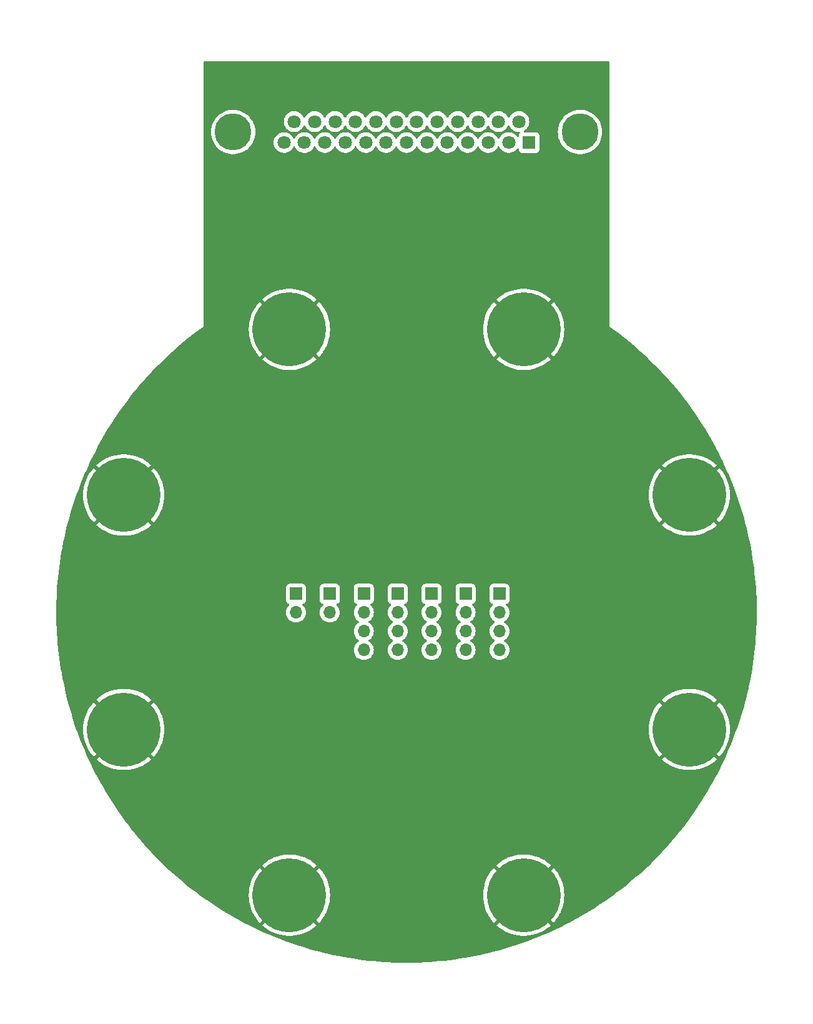
<source format=gbr>
%TF.GenerationSoftware,KiCad,Pcbnew,7.0.2*%
%TF.CreationDate,2023-11-03T12:42:45-06:00*%
%TF.ProjectId,KF50_DB25_PinHeader,4b463530-5f44-4423-9235-5f50696e4865,rev?*%
%TF.SameCoordinates,Original*%
%TF.FileFunction,Copper,L4,Bot*%
%TF.FilePolarity,Positive*%
%FSLAX46Y46*%
G04 Gerber Fmt 4.6, Leading zero omitted, Abs format (unit mm)*
G04 Created by KiCad (PCBNEW 7.0.2) date 2023-11-03 12:42:45*
%MOMM*%
%LPD*%
G01*
G04 APERTURE LIST*
%TA.AperFunction,ComponentPad*%
%ADD10C,10.000000*%
%TD*%
%TA.AperFunction,ComponentPad*%
%ADD11O,1.700000X1.700000*%
%TD*%
%TA.AperFunction,ComponentPad*%
%ADD12R,1.700000X1.700000*%
%TD*%
%TA.AperFunction,ComponentPad*%
%ADD13C,5.000000*%
%TD*%
%TA.AperFunction,ComponentPad*%
%ADD14C,1.800000*%
%TD*%
%TA.AperFunction,ComponentPad*%
%ADD15R,1.800000X1.800000*%
%TD*%
G04 APERTURE END LIST*
D10*
%TO.P,H8,1,1*%
%TO.N,GND*%
X38341001Y15881362D03*
%TD*%
%TO.P,H7,1,1*%
%TO.N,GND*%
X38341001Y-15881362D03*
%TD*%
D11*
%TO.P,J8,2,Pin_2*%
%TO.N,Net-(J1-P25)*%
X-15000000Y-40000D03*
D12*
%TO.P,J8,1,Pin_1*%
%TO.N,Net-(J8-Pin_1)*%
X-15000000Y2500000D03*
%TD*%
D11*
%TO.P,J7,2,Pin_2*%
%TO.N,Net-(J1-P24)*%
X-10400000Y-40000D03*
D12*
%TO.P,J7,1,Pin_1*%
%TO.N,Net-(J7-Pin_1)*%
X-10400000Y2500000D03*
%TD*%
D11*
%TO.P,J6,4,Pin_4*%
%TO.N,Net-(J1-P23)*%
X-5800000Y-5120000D03*
%TO.P,J6,3,Pin_3*%
%TO.N,Net-(J6-Pin_3)*%
X-5800000Y-2580000D03*
%TO.P,J6,2,Pin_2*%
%TO.N,Net-(J1-P22)*%
X-5800000Y-40000D03*
D12*
%TO.P,J6,1,Pin_1*%
%TO.N,Net-(J6-Pin_1)*%
X-5800000Y2500000D03*
%TD*%
D11*
%TO.P,J5,4,Pin_4*%
%TO.N,Net-(J1-P21)*%
X-1200000Y-5120000D03*
%TO.P,J5,3,Pin_3*%
%TO.N,Net-(J5-Pin_3)*%
X-1200000Y-2580000D03*
%TO.P,J5,2,Pin_2*%
%TO.N,Net-(J1-P20)*%
X-1200000Y-40000D03*
D12*
%TO.P,J5,1,Pin_1*%
%TO.N,Net-(J5-Pin_1)*%
X-1200000Y2500000D03*
%TD*%
D11*
%TO.P,J4,4,Pin_4*%
%TO.N,Net-(J1-P19)*%
X3400000Y-5120000D03*
%TO.P,J4,3,Pin_3*%
%TO.N,Net-(J4-Pin_3)*%
X3400000Y-2580000D03*
%TO.P,J4,2,Pin_2*%
%TO.N,Net-(J1-P18)*%
X3400000Y-40000D03*
D12*
%TO.P,J4,1,Pin_1*%
%TO.N,Net-(J4-Pin_1)*%
X3400000Y2500000D03*
%TD*%
D11*
%TO.P,J3,4,Pin_4*%
%TO.N,Net-(J1-P17)*%
X8000000Y-5120000D03*
%TO.P,J3,3,Pin_3*%
%TO.N,Net-(J3-Pin_3)*%
X8000000Y-2580000D03*
%TO.P,J3,2,Pin_2*%
%TO.N,Net-(J1-P16)*%
X8000000Y-40000D03*
D12*
%TO.P,J3,1,Pin_1*%
%TO.N,Net-(J3-Pin_1)*%
X8000000Y2500000D03*
%TD*%
D11*
%TO.P,J2,4,Pin_4*%
%TO.N,Net-(J1-P15)*%
X12600000Y-5120000D03*
%TO.P,J2,3,Pin_3*%
%TO.N,Net-(J2-Pin_3)*%
X12600000Y-2580000D03*
%TO.P,J2,2,Pin_2*%
%TO.N,Net-(J1-P14)*%
X12600000Y-40000D03*
D12*
%TO.P,J2,1,Pin_1*%
%TO.N,Net-(J2-Pin_1)*%
X12600000Y2500000D03*
%TD*%
D13*
%TO.P,J1,27*%
%TO.N,N/C*%
X-23520000Y65080000D03*
%TO.P,J1,26*%
X23520000Y65080000D03*
D14*
%TO.P,J1,25,P25*%
%TO.N,Net-(J1-P25)*%
X-15235000Y66500000D03*
%TO.P,J1,24,P24*%
%TO.N,Net-(J1-P24)*%
X-12465000Y66500000D03*
%TO.P,J1,23,P23*%
%TO.N,Net-(J1-P23)*%
X-9695000Y66500000D03*
%TO.P,J1,22,P22*%
%TO.N,Net-(J1-P22)*%
X-6925000Y66500000D03*
%TO.P,J1,21,P21*%
%TO.N,Net-(J1-P21)*%
X-4155000Y66500000D03*
%TO.P,J1,20,P20*%
%TO.N,Net-(J1-P20)*%
X-1385000Y66500000D03*
%TO.P,J1,19,P19*%
%TO.N,Net-(J1-P19)*%
X1385000Y66500000D03*
%TO.P,J1,18,P18*%
%TO.N,Net-(J1-P18)*%
X4155000Y66500000D03*
%TO.P,J1,17,P17*%
%TO.N,Net-(J1-P17)*%
X6925000Y66500000D03*
%TO.P,J1,16,P16*%
%TO.N,Net-(J1-P16)*%
X9695000Y66500000D03*
%TO.P,J1,15,P15*%
%TO.N,Net-(J1-P15)*%
X12465000Y66500000D03*
%TO.P,J1,14,P14*%
%TO.N,Net-(J1-P14)*%
X15235000Y66500000D03*
%TO.P,J1,13,13*%
%TO.N,unconnected-(J1-Pad13)*%
X-16620000Y63660000D03*
%TO.P,J1,12,12*%
%TO.N,Net-(J8-Pin_1)*%
X-13850000Y63660000D03*
%TO.P,J1,11,11*%
%TO.N,Net-(J7-Pin_1)*%
X-11080000Y63660000D03*
%TO.P,J1,10,10*%
%TO.N,Net-(J6-Pin_3)*%
X-8310000Y63660000D03*
%TO.P,J1,9,9*%
%TO.N,Net-(J6-Pin_1)*%
X-5540000Y63660000D03*
%TO.P,J1,8,8*%
%TO.N,Net-(J5-Pin_3)*%
X-2770000Y63660000D03*
%TO.P,J1,7,7*%
%TO.N,Net-(J5-Pin_1)*%
X0Y63660000D03*
%TO.P,J1,6,6*%
%TO.N,Net-(J4-Pin_3)*%
X2770000Y63660000D03*
%TO.P,J1,5,5*%
%TO.N,Net-(J4-Pin_1)*%
X5540000Y63660000D03*
%TO.P,J1,4,4*%
%TO.N,Net-(J3-Pin_3)*%
X8310000Y63660000D03*
%TO.P,J1,3,3*%
%TO.N,Net-(J3-Pin_1)*%
X11080000Y63660000D03*
%TO.P,J1,2,2*%
%TO.N,Net-(J2-Pin_3)*%
X13850000Y63660000D03*
D15*
%TO.P,J1,1,1*%
%TO.N,Net-(J2-Pin_1)*%
X16620000Y63660000D03*
%TD*%
D10*
%TO.P,H6,1,1*%
%TO.N,GND*%
X15881362Y38341001D03*
%TD*%
%TO.P,H5,1,1*%
%TO.N,GND*%
X-15881362Y-38341001D03*
%TD*%
%TO.P,H4,1,1*%
%TO.N,GND*%
X15881362Y-38341001D03*
%TD*%
%TO.P,H3,1,1*%
%TO.N,GND*%
X-38341001Y-15881362D03*
%TD*%
%TO.P,H2,1,1*%
%TO.N,GND*%
X-38341001Y15881362D03*
%TD*%
%TO.P,H1,1,1*%
%TO.N,GND*%
X-15881362Y38341001D03*
%TD*%
%TA.AperFunction,Conductor*%
%TO.N,GND*%
G36*
X27442539Y74655815D02*
G01*
X27488294Y74603011D01*
X27499500Y74551500D01*
X27499500Y38769588D01*
X27495110Y38754639D01*
X27499512Y38728471D01*
X27502839Y38725662D01*
X27511615Y38720709D01*
X28603906Y37921186D01*
X28606762Y37919032D01*
X29685787Y37080371D01*
X29688579Y37078136D01*
X30742981Y36208688D01*
X30745708Y36206372D01*
X31774579Y35306883D01*
X31777237Y35304490D01*
X32727959Y34423671D01*
X32781126Y34374338D01*
X32783645Y34371934D01*
X33632460Y33538763D01*
X33761660Y33411711D01*
X33764095Y33409249D01*
X34536608Y32605929D01*
X34713905Y32421163D01*
X34716254Y32418646D01*
X35428500Y31633896D01*
X35637107Y31403475D01*
X35639369Y31400907D01*
X36301712Y30627439D01*
X36530455Y30359554D01*
X36532629Y30356937D01*
X37151614Y29590411D01*
X37393292Y29290158D01*
X37395376Y29287496D01*
X37975786Y28524734D01*
X38224787Y28196315D01*
X38226780Y28193610D01*
X38772070Y27432403D01*
X39024346Y27078811D01*
X39026249Y27076066D01*
X39538979Y26314853D01*
X39791195Y25938724D01*
X39793007Y25935942D01*
X40275198Y25173491D01*
X40524755Y24776921D01*
X40526475Y24774106D01*
X40979628Y24009613D01*
X41224418Y23594364D01*
X41226045Y23591518D01*
X41651212Y22824638D01*
X41889573Y22392083D01*
X41891108Y22389209D01*
X42289086Y21619844D01*
X42519696Y21171025D01*
X42521138Y21168126D01*
X42892802Y20395825D01*
X43114203Y19932322D01*
X43115552Y19929401D01*
X43461558Y19153936D01*
X43672648Y18676911D01*
X43673903Y18673972D01*
X43994587Y17895670D01*
X44194543Y17405887D01*
X44195705Y17402931D01*
X44491480Y16621846D01*
X44679453Y16120302D01*
X44680523Y16117333D01*
X44951689Y15333700D01*
X45126986Y14821207D01*
X45127963Y14818228D01*
X45374818Y14032174D01*
X45536734Y13509779D01*
X45537619Y13506793D01*
X45760380Y12718616D01*
X45908396Y12186994D01*
X45909189Y12184004D01*
X46107994Y11394217D01*
X46241647Y10853990D01*
X46242348Y10850998D01*
X46417372Y10059957D01*
X46536195Y9511944D01*
X46536805Y9508953D01*
X46688221Y8716944D01*
X46791798Y8161958D01*
X46792318Y8158971D01*
X46920279Y7366318D01*
X47008250Y6805131D01*
X47008680Y6802151D01*
X47113307Y6009306D01*
X47185361Y5442662D01*
X47185702Y5439691D01*
X47267108Y4647176D01*
X47322999Y4075567D01*
X47323252Y4072607D01*
X47381552Y3280956D01*
X47421036Y2705063D01*
X47421202Y2702118D01*
X47456527Y1911723D01*
X47479390Y1332338D01*
X47479470Y1329410D01*
X47491943Y540862D01*
X47498015Y-41506D01*
X47498011Y-44414D01*
X47487765Y-830656D01*
X47476897Y-1415310D01*
X47476809Y-1418196D01*
X47443981Y-2201633D01*
X47416053Y-2787922D01*
X47415883Y-2790784D01*
X47360613Y-3570951D01*
X47315537Y-4158143D01*
X47315287Y-4160979D01*
X47237717Y-4937430D01*
X47175428Y-5524937D01*
X47175098Y-5527743D01*
X47075402Y-6299803D01*
X46995842Y-6887131D01*
X46995434Y-6889906D01*
X46873795Y-7656973D01*
X46776942Y-8243503D01*
X46776458Y-8246246D01*
X46633022Y-9008003D01*
X46518895Y-9593012D01*
X46518335Y-9595719D01*
X46353320Y-10351501D01*
X46221919Y-10934504D01*
X46221287Y-10937174D01*
X46034915Y-11686382D01*
X45886273Y-12266832D01*
X45885568Y-12269462D01*
X45678027Y-13011684D01*
X45512241Y-13588859D01*
X45511466Y-13591448D01*
X45282971Y-14326191D01*
X45100128Y-14899514D01*
X45099286Y-14902060D01*
X44850082Y-15628772D01*
X44650282Y-16197699D01*
X44649373Y-16200200D01*
X44379713Y-16918354D01*
X44163070Y-17482346D01*
X44162097Y-17484800D01*
X43872255Y-18193849D01*
X43789793Y-18391220D01*
X43638924Y-18752321D01*
X43637888Y-18754728D01*
X43328111Y-19454229D01*
X43078263Y-20006614D01*
X43077167Y-20008971D01*
X42747751Y-20698391D01*
X42481543Y-21244197D01*
X42480388Y-21246503D01*
X42131661Y-21925284D01*
X41849288Y-22463984D01*
X41848077Y-22466237D01*
X41480359Y-23133876D01*
X41182024Y-23664968D01*
X41180758Y-23667168D01*
X40794344Y-24323227D01*
X40480309Y-24846137D01*
X40478991Y-24848282D01*
X40074238Y-25492250D01*
X39744716Y-26006531D01*
X39743348Y-26008620D01*
X39320634Y-26639983D01*
X38975176Y-27146184D01*
X38975131Y-27146247D01*
X38543432Y-27752444D01*
X38534103Y-27765544D01*
X38173721Y-28262042D01*
X37715385Y-28867869D01*
X37340298Y-29354290D01*
X36865124Y-29946092D01*
X36475657Y-30421950D01*
X35984053Y-30999280D01*
X35580469Y-31464190D01*
X35072854Y-32026615D01*
X34655560Y-32480048D01*
X34132279Y-33027238D01*
X33701664Y-33468727D01*
X33163156Y-34000261D01*
X32719568Y-34429409D01*
X32502050Y-34632063D01*
X32166333Y-34944836D01*
X31992050Y-35103921D01*
X31710073Y-35361307D01*
X31142619Y-35860197D01*
X30674054Y-36263615D01*
X30092806Y-36745630D01*
X29612395Y-37135561D01*
X29017828Y-37600344D01*
X28525967Y-37976436D01*
X27918576Y-38423630D01*
X27415668Y-38785543D01*
X26795932Y-39214822D01*
X26282454Y-39562183D01*
X25650919Y-39973199D01*
X25454727Y-40097781D01*
X25127262Y-40305722D01*
X24484370Y-40698206D01*
X23951019Y-41015557D01*
X23297409Y-41389143D01*
X22754764Y-41691063D01*
X22090943Y-42045485D01*
X21967852Y-42109367D01*
X21539452Y-42331699D01*
X20865926Y-42666707D01*
X20306200Y-42936882D01*
X19623447Y-43252251D01*
X19055914Y-43506168D01*
X18364580Y-43801613D01*
X17789686Y-44039055D01*
X17090376Y-44314336D01*
X16508583Y-44535098D01*
X15801814Y-44790025D01*
X15213686Y-44993876D01*
X14500044Y-45228251D01*
X13906074Y-45415012D01*
X13186103Y-45628665D01*
X12586854Y-45798147D01*
X11861153Y-45990910D01*
X11257058Y-46142983D01*
X10526283Y-46314690D01*
X9917904Y-46449203D01*
X9182558Y-46599745D01*
X8803145Y-46672158D01*
X8570381Y-46716581D01*
X7831222Y-46845812D01*
X7215771Y-46944863D01*
X6473211Y-47052717D01*
X5855181Y-47133868D01*
X5109789Y-47220263D01*
X4489645Y-47283453D01*
X3742130Y-47348307D01*
X3120342Y-47393487D01*
X2371357Y-47436748D01*
X1748421Y-47463875D01*
X998553Y-47485513D01*
X375103Y-47494558D01*
X-375106Y-47494558D01*
X-728057Y-47489437D01*
X-998557Y-47485513D01*
X-1748426Y-47463875D01*
X-2371362Y-47436747D01*
X-3120346Y-47393487D01*
X-3742135Y-47348307D01*
X-4489649Y-47283453D01*
X-5109795Y-47220262D01*
X-5855185Y-47133868D01*
X-6473216Y-47052715D01*
X-7215775Y-46944863D01*
X-7831227Y-46845810D01*
X-8501332Y-46728653D01*
X-8570414Y-46716575D01*
X-8730142Y-46686090D01*
X-9182564Y-46599744D01*
X-9917907Y-46449203D01*
X-10526288Y-46314689D01*
X-11257062Y-46142981D01*
X-11861158Y-45990909D01*
X-12586830Y-45798154D01*
X-12939814Y-45698321D01*
X-13186109Y-45628663D01*
X-13906077Y-45415011D01*
X-14500050Y-45228249D01*
X-15213689Y-44993876D01*
X-15801820Y-44790023D01*
X-16508585Y-44535097D01*
X-17090382Y-44314334D01*
X-17789689Y-44039054D01*
X-18364586Y-43801611D01*
X-19055902Y-43506173D01*
X-19611466Y-43257612D01*
X-19623453Y-43252249D01*
X-20306203Y-42936880D01*
X-20865932Y-42666704D01*
X-21539455Y-42331698D01*
X-22090925Y-42045494D01*
X-22754766Y-41691062D01*
X-23297416Y-41389139D01*
X-23951021Y-41015556D01*
X-24484376Y-40698203D01*
X-25127270Y-40305717D01*
X-25650897Y-39973212D01*
X-26282457Y-39562181D01*
X-26795938Y-39214818D01*
X-27415670Y-38785541D01*
X-27918582Y-38423626D01*
X-28027225Y-38343637D01*
X-21386210Y-38343637D01*
X-21366601Y-38805218D01*
X-21366155Y-38810463D01*
X-21307471Y-39268739D01*
X-21306584Y-39273912D01*
X-21209249Y-39725548D01*
X-21207920Y-39730652D01*
X-21072631Y-40172417D01*
X-21070885Y-40177358D01*
X-20898621Y-40606054D01*
X-20896452Y-40610851D01*
X-20688454Y-41023392D01*
X-20685892Y-41027979D01*
X-20443654Y-41421398D01*
X-20440706Y-41425759D01*
X-20165985Y-41797207D01*
X-20162675Y-41801306D01*
X-19943852Y-42049938D01*
X-19943851Y-42049938D01*
X-17819942Y-39926029D01*
X-17811454Y-39937712D01*
X-17596113Y-40167026D01*
X-17463522Y-40276714D01*
X-19590796Y-42403988D01*
X-19520246Y-42471604D01*
X-19516301Y-42475076D01*
X-19156859Y-42765305D01*
X-19152598Y-42768456D01*
X-18769827Y-43027165D01*
X-18765363Y-43029913D01*
X-18362023Y-43255233D01*
X-18357304Y-43257612D01*
X-17936321Y-43447908D01*
X-17931441Y-43449869D01*
X-17495820Y-43603784D01*
X-17490793Y-43605324D01*
X-17043692Y-43721739D01*
X-17038541Y-43722849D01*
X-16583180Y-43800928D01*
X-16577972Y-43801595D01*
X-16117623Y-43840777D01*
X-16112368Y-43841001D01*
X-15650356Y-43841001D01*
X-15645100Y-43840777D01*
X-15184751Y-43801595D01*
X-15179543Y-43800928D01*
X-14724182Y-43722849D01*
X-14719031Y-43721739D01*
X-14271930Y-43605324D01*
X-14266903Y-43603784D01*
X-13831282Y-43449869D01*
X-13826402Y-43447908D01*
X-13405419Y-43257612D01*
X-13400700Y-43255233D01*
X-12997360Y-43029913D01*
X-12992896Y-43027165D01*
X-12610125Y-42768456D01*
X-12605864Y-42765305D01*
X-12246436Y-42475087D01*
X-12242464Y-42471592D01*
X-12171926Y-42403988D01*
X-14299201Y-40276714D01*
X-14166611Y-40167026D01*
X-13951270Y-39937712D01*
X-13942780Y-39926027D01*
X-11818871Y-42049937D01*
X-11600048Y-41801306D01*
X-11596738Y-41797207D01*
X-11322017Y-41425759D01*
X-11319069Y-41421398D01*
X-11076831Y-41027979D01*
X-11074269Y-41023392D01*
X-10866271Y-40610851D01*
X-10864102Y-40606054D01*
X-10691838Y-40177358D01*
X-10690092Y-40172417D01*
X-10554803Y-39730652D01*
X-10553474Y-39725548D01*
X-10456139Y-39273912D01*
X-10455252Y-39268739D01*
X-10396568Y-38810463D01*
X-10396122Y-38805218D01*
X-10376514Y-38343637D01*
X10376514Y-38343637D01*
X10396122Y-38805218D01*
X10396568Y-38810463D01*
X10455252Y-39268739D01*
X10456139Y-39273912D01*
X10553474Y-39725548D01*
X10554803Y-39730652D01*
X10690092Y-40172417D01*
X10691838Y-40177358D01*
X10864102Y-40606054D01*
X10866271Y-40610851D01*
X11074269Y-41023392D01*
X11076831Y-41027979D01*
X11319069Y-41421398D01*
X11322017Y-41425759D01*
X11596738Y-41797207D01*
X11600048Y-41801306D01*
X11818871Y-42049937D01*
X13942780Y-39926027D01*
X13951270Y-39937712D01*
X14166611Y-40167026D01*
X14299201Y-40276714D01*
X12171926Y-42403988D01*
X12242464Y-42471592D01*
X12246436Y-42475087D01*
X12605864Y-42765305D01*
X12610125Y-42768456D01*
X12992896Y-43027165D01*
X12997360Y-43029913D01*
X13400700Y-43255233D01*
X13405419Y-43257612D01*
X13826402Y-43447908D01*
X13831282Y-43449869D01*
X14266903Y-43603784D01*
X14271930Y-43605324D01*
X14719031Y-43721739D01*
X14724182Y-43722849D01*
X15179543Y-43800928D01*
X15184751Y-43801595D01*
X15645100Y-43840777D01*
X15650356Y-43841001D01*
X16112368Y-43841001D01*
X16117623Y-43840777D01*
X16577972Y-43801595D01*
X16583180Y-43800928D01*
X17038541Y-43722849D01*
X17043692Y-43721739D01*
X17490793Y-43605324D01*
X17495820Y-43603784D01*
X17931441Y-43449869D01*
X17936321Y-43447908D01*
X18357304Y-43257612D01*
X18362023Y-43255233D01*
X18765363Y-43029913D01*
X18769827Y-43027165D01*
X19152598Y-42768456D01*
X19156859Y-42765305D01*
X19516301Y-42475076D01*
X19520246Y-42471604D01*
X19590796Y-42403988D01*
X17463522Y-40276714D01*
X17596113Y-40167026D01*
X17811454Y-39937712D01*
X17819942Y-39926028D01*
X19943852Y-42049938D01*
X20162675Y-41801306D01*
X20165985Y-41797207D01*
X20440706Y-41425759D01*
X20443654Y-41421398D01*
X20685892Y-41027979D01*
X20688454Y-41023392D01*
X20896452Y-40610851D01*
X20898621Y-40606054D01*
X21070885Y-40177358D01*
X21072631Y-40172417D01*
X21207920Y-39730652D01*
X21209249Y-39725548D01*
X21306584Y-39273912D01*
X21307471Y-39268739D01*
X21366155Y-38810463D01*
X21366601Y-38805218D01*
X21386210Y-38343637D01*
X21386210Y-38338364D01*
X21366601Y-37876783D01*
X21366155Y-37871538D01*
X21307471Y-37413262D01*
X21306584Y-37408089D01*
X21209249Y-36956453D01*
X21207920Y-36951349D01*
X21072631Y-36509584D01*
X21070885Y-36504643D01*
X20898621Y-36075947D01*
X20896452Y-36071150D01*
X20688454Y-35658609D01*
X20685892Y-35654022D01*
X20443654Y-35260603D01*
X20440706Y-35256242D01*
X20165985Y-34884794D01*
X20162675Y-34880695D01*
X19943851Y-34632063D01*
X17819941Y-36755972D01*
X17811454Y-36744290D01*
X17596113Y-36514976D01*
X17463521Y-36405287D01*
X19590796Y-34278013D01*
X19520259Y-34210409D01*
X19516287Y-34206914D01*
X19156859Y-33916696D01*
X19152598Y-33913545D01*
X18769827Y-33654836D01*
X18765363Y-33652088D01*
X18362023Y-33426768D01*
X18357304Y-33424389D01*
X17936321Y-33234093D01*
X17931441Y-33232132D01*
X17495820Y-33078217D01*
X17490793Y-33076677D01*
X17043692Y-32960262D01*
X17038541Y-32959152D01*
X16583180Y-32881073D01*
X16577972Y-32880406D01*
X16117623Y-32841224D01*
X16112368Y-32841001D01*
X15650356Y-32841001D01*
X15645100Y-32841224D01*
X15184751Y-32880406D01*
X15179543Y-32881073D01*
X14724182Y-32959152D01*
X14719031Y-32960262D01*
X14271930Y-33076677D01*
X14266903Y-33078217D01*
X13831282Y-33232132D01*
X13826402Y-33234093D01*
X13405419Y-33424389D01*
X13400700Y-33426768D01*
X12997360Y-33652088D01*
X12992896Y-33654836D01*
X12610125Y-33913545D01*
X12605864Y-33916696D01*
X12246423Y-34206924D01*
X12242476Y-34210398D01*
X12171927Y-34278012D01*
X12171927Y-34278014D01*
X14299200Y-36405287D01*
X14166611Y-36514976D01*
X13951270Y-36744290D01*
X13942781Y-36755973D01*
X11818871Y-34632063D01*
X11600038Y-34880705D01*
X11596745Y-34884784D01*
X11322017Y-35256242D01*
X11319069Y-35260603D01*
X11076831Y-35654022D01*
X11074269Y-35658609D01*
X10866271Y-36071150D01*
X10864102Y-36075947D01*
X10691838Y-36504643D01*
X10690092Y-36509584D01*
X10554803Y-36951349D01*
X10553474Y-36956453D01*
X10456139Y-37408089D01*
X10455252Y-37413262D01*
X10396568Y-37871538D01*
X10396122Y-37876783D01*
X10376514Y-38338364D01*
X10376514Y-38343637D01*
X-10376514Y-38343637D01*
X-10376514Y-38338364D01*
X-10396122Y-37876783D01*
X-10396568Y-37871538D01*
X-10455252Y-37413262D01*
X-10456139Y-37408089D01*
X-10553474Y-36956453D01*
X-10554803Y-36951349D01*
X-10690092Y-36509584D01*
X-10691838Y-36504643D01*
X-10864102Y-36075947D01*
X-10866271Y-36071150D01*
X-11074269Y-35658609D01*
X-11076831Y-35654022D01*
X-11319069Y-35260603D01*
X-11322017Y-35256242D01*
X-11596745Y-34884784D01*
X-11600038Y-34880705D01*
X-11818871Y-34632063D01*
X-13942781Y-36755973D01*
X-13951270Y-36744290D01*
X-14166611Y-36514976D01*
X-14299200Y-36405287D01*
X-12171927Y-34278014D01*
X-12171927Y-34278012D01*
X-12242476Y-34210398D01*
X-12246423Y-34206924D01*
X-12605864Y-33916696D01*
X-12610125Y-33913545D01*
X-12992896Y-33654836D01*
X-12997360Y-33652088D01*
X-13400700Y-33426768D01*
X-13405419Y-33424389D01*
X-13826402Y-33234093D01*
X-13831282Y-33232132D01*
X-14266903Y-33078217D01*
X-14271930Y-33076677D01*
X-14719031Y-32960262D01*
X-14724182Y-32959152D01*
X-15179543Y-32881073D01*
X-15184751Y-32880406D01*
X-15645100Y-32841224D01*
X-15650356Y-32841001D01*
X-16112368Y-32841001D01*
X-16117623Y-32841224D01*
X-16577972Y-32880406D01*
X-16583180Y-32881073D01*
X-17038541Y-32959152D01*
X-17043692Y-32960262D01*
X-17490793Y-33076677D01*
X-17495820Y-33078217D01*
X-17931441Y-33232132D01*
X-17936321Y-33234093D01*
X-18357304Y-33424389D01*
X-18362023Y-33426768D01*
X-18765363Y-33652088D01*
X-18769827Y-33654836D01*
X-19152598Y-33913545D01*
X-19156859Y-33916696D01*
X-19516287Y-34206914D01*
X-19520259Y-34210409D01*
X-19590796Y-34278013D01*
X-17463521Y-36405287D01*
X-17596113Y-36514976D01*
X-17811454Y-36744290D01*
X-17819941Y-36755972D01*
X-19943851Y-34632063D01*
X-20162675Y-34880695D01*
X-20165985Y-34884794D01*
X-20440706Y-35256242D01*
X-20443654Y-35260603D01*
X-20685892Y-35654022D01*
X-20688454Y-35658609D01*
X-20896452Y-36071150D01*
X-20898621Y-36075947D01*
X-21070885Y-36504643D01*
X-21072631Y-36509584D01*
X-21207920Y-36951349D01*
X-21209249Y-36956453D01*
X-21306584Y-37408089D01*
X-21307471Y-37413262D01*
X-21366155Y-37871538D01*
X-21366601Y-37876783D01*
X-21386210Y-38338364D01*
X-21386210Y-38343637D01*
X-28027225Y-38343637D01*
X-28525969Y-37976434D01*
X-29017834Y-37600340D01*
X-29612397Y-37135560D01*
X-30092812Y-36745625D01*
X-30674056Y-36263613D01*
X-31142624Y-35860192D01*
X-31710075Y-35361305D01*
X-32166322Y-34944847D01*
X-32719570Y-34429408D01*
X-33163162Y-34000256D01*
X-33701666Y-33468725D01*
X-34132284Y-33027233D01*
X-34655562Y-32480046D01*
X-35072860Y-32026608D01*
X-35580470Y-31464188D01*
X-35984059Y-30999273D01*
X-36475659Y-30421949D01*
X-36865129Y-29946085D01*
X-37340300Y-29354288D01*
X-37715390Y-28867862D01*
X-38173722Y-28262040D01*
X-38534108Y-27765537D01*
X-38822920Y-27359983D01*
X-38975185Y-27146171D01*
X-39315966Y-26646823D01*
X-39320637Y-26639979D01*
X-39743348Y-26008620D01*
X-39744717Y-26006532D01*
X-40074238Y-25492251D01*
X-40478990Y-24848282D01*
X-40480308Y-24846138D01*
X-40794344Y-24323227D01*
X-41180758Y-23667167D01*
X-41182023Y-23664967D01*
X-41480359Y-23133877D01*
X-41848077Y-22466238D01*
X-41849288Y-22463984D01*
X-42131661Y-21925284D01*
X-42480389Y-21246503D01*
X-42481543Y-21244197D01*
X-42747751Y-20698391D01*
X-43077167Y-20008971D01*
X-43078263Y-20006614D01*
X-43328111Y-19454229D01*
X-43637888Y-18754728D01*
X-43638923Y-18752321D01*
X-43872239Y-18193888D01*
X-44162097Y-17484801D01*
X-44163070Y-17482346D01*
X-44379713Y-16918354D01*
X-44649373Y-16200201D01*
X-44650282Y-16197699D01*
X-44760450Y-15883998D01*
X-43845849Y-15883998D01*
X-43826240Y-16345579D01*
X-43825794Y-16350824D01*
X-43767110Y-16809100D01*
X-43766223Y-16814273D01*
X-43668888Y-17265909D01*
X-43667559Y-17271013D01*
X-43532270Y-17712778D01*
X-43530524Y-17717719D01*
X-43358260Y-18146415D01*
X-43356091Y-18151212D01*
X-43148093Y-18563753D01*
X-43145531Y-18568340D01*
X-42903293Y-18961759D01*
X-42900345Y-18966120D01*
X-42625624Y-19337568D01*
X-42622314Y-19341667D01*
X-42403491Y-19590299D01*
X-40279581Y-17466389D01*
X-40271093Y-17478073D01*
X-40055752Y-17707387D01*
X-39923161Y-17817075D01*
X-42050435Y-19944349D01*
X-41979885Y-20011965D01*
X-41975940Y-20015437D01*
X-41616498Y-20305666D01*
X-41612237Y-20308817D01*
X-41229466Y-20567526D01*
X-41225002Y-20570274D01*
X-40821662Y-20795594D01*
X-40816943Y-20797973D01*
X-40395960Y-20988269D01*
X-40391080Y-20990230D01*
X-39955459Y-21144145D01*
X-39950432Y-21145685D01*
X-39503331Y-21262100D01*
X-39498180Y-21263210D01*
X-39042819Y-21341289D01*
X-39037611Y-21341956D01*
X-38577262Y-21381138D01*
X-38572007Y-21381362D01*
X-38109995Y-21381362D01*
X-38104739Y-21381138D01*
X-37644390Y-21341956D01*
X-37639182Y-21341289D01*
X-37183821Y-21263210D01*
X-37178670Y-21262100D01*
X-36731569Y-21145685D01*
X-36726542Y-21144145D01*
X-36290921Y-20990230D01*
X-36286041Y-20988269D01*
X-35865058Y-20797973D01*
X-35860339Y-20795594D01*
X-35456999Y-20570274D01*
X-35452535Y-20567526D01*
X-35069764Y-20308817D01*
X-35065503Y-20305666D01*
X-34706075Y-20015448D01*
X-34702103Y-20011953D01*
X-34631565Y-19944349D01*
X-36758840Y-17817075D01*
X-36626250Y-17707387D01*
X-36410909Y-17478073D01*
X-36402419Y-17466388D01*
X-34278510Y-19590298D01*
X-34059687Y-19341667D01*
X-34056377Y-19337568D01*
X-33781656Y-18966120D01*
X-33778708Y-18961759D01*
X-33536470Y-18568340D01*
X-33533908Y-18563753D01*
X-33325910Y-18151212D01*
X-33323741Y-18146415D01*
X-33151477Y-17717719D01*
X-33149731Y-17712778D01*
X-33014442Y-17271013D01*
X-33013113Y-17265909D01*
X-32915778Y-16814273D01*
X-32914891Y-16809100D01*
X-32856207Y-16350824D01*
X-32855761Y-16345579D01*
X-32836153Y-15883998D01*
X32836153Y-15883998D01*
X32855761Y-16345579D01*
X32856207Y-16350824D01*
X32914891Y-16809100D01*
X32915778Y-16814273D01*
X33013113Y-17265909D01*
X33014442Y-17271013D01*
X33149731Y-17712778D01*
X33151477Y-17717719D01*
X33323741Y-18146415D01*
X33325910Y-18151212D01*
X33533908Y-18563753D01*
X33536470Y-18568340D01*
X33778708Y-18961759D01*
X33781656Y-18966120D01*
X34056377Y-19337568D01*
X34059687Y-19341667D01*
X34278510Y-19590298D01*
X36402419Y-17466388D01*
X36410909Y-17478073D01*
X36626250Y-17707387D01*
X36758840Y-17817075D01*
X34631565Y-19944349D01*
X34702103Y-20011953D01*
X34706075Y-20015448D01*
X35065503Y-20305666D01*
X35069764Y-20308817D01*
X35452535Y-20567526D01*
X35456999Y-20570274D01*
X35860339Y-20795594D01*
X35865058Y-20797973D01*
X36286041Y-20988269D01*
X36290921Y-20990230D01*
X36726542Y-21144145D01*
X36731569Y-21145685D01*
X37178670Y-21262100D01*
X37183821Y-21263210D01*
X37639182Y-21341289D01*
X37644390Y-21341956D01*
X38104739Y-21381138D01*
X38109995Y-21381362D01*
X38572007Y-21381362D01*
X38577262Y-21381138D01*
X39037611Y-21341956D01*
X39042819Y-21341289D01*
X39498180Y-21263210D01*
X39503331Y-21262100D01*
X39950432Y-21145685D01*
X39955459Y-21144145D01*
X40391080Y-20990230D01*
X40395960Y-20988269D01*
X40816943Y-20797973D01*
X40821662Y-20795594D01*
X41225002Y-20570274D01*
X41229466Y-20567526D01*
X41612237Y-20308817D01*
X41616498Y-20305666D01*
X41975940Y-20015437D01*
X41979885Y-20011965D01*
X42050435Y-19944349D01*
X39923161Y-17817075D01*
X40055752Y-17707387D01*
X40271093Y-17478073D01*
X40279581Y-17466389D01*
X42403491Y-19590299D01*
X42622314Y-19341667D01*
X42625624Y-19337568D01*
X42900345Y-18966120D01*
X42903293Y-18961759D01*
X43145531Y-18568340D01*
X43148093Y-18563753D01*
X43356091Y-18151212D01*
X43358260Y-18146415D01*
X43530524Y-17717719D01*
X43532270Y-17712778D01*
X43667559Y-17271013D01*
X43668888Y-17265909D01*
X43766223Y-16814273D01*
X43767110Y-16809100D01*
X43825794Y-16350824D01*
X43826240Y-16345579D01*
X43845849Y-15883998D01*
X43845849Y-15878725D01*
X43826240Y-15417144D01*
X43825794Y-15411899D01*
X43767110Y-14953623D01*
X43766223Y-14948450D01*
X43668888Y-14496814D01*
X43667559Y-14491710D01*
X43532270Y-14049945D01*
X43530524Y-14045004D01*
X43358260Y-13616308D01*
X43356091Y-13611511D01*
X43148093Y-13198970D01*
X43145531Y-13194383D01*
X42903293Y-12800964D01*
X42900345Y-12796603D01*
X42625624Y-12425155D01*
X42622314Y-12421056D01*
X42403490Y-12172424D01*
X40279580Y-14296333D01*
X40271093Y-14284651D01*
X40055752Y-14055337D01*
X39923160Y-13945647D01*
X42050435Y-11818374D01*
X41979898Y-11750770D01*
X41975926Y-11747275D01*
X41616498Y-11457057D01*
X41612237Y-11453906D01*
X41229466Y-11195197D01*
X41225002Y-11192449D01*
X40821662Y-10967129D01*
X40816943Y-10964750D01*
X40395960Y-10774454D01*
X40391080Y-10772493D01*
X39955459Y-10618578D01*
X39950432Y-10617038D01*
X39503331Y-10500623D01*
X39498180Y-10499513D01*
X39042819Y-10421434D01*
X39037611Y-10420767D01*
X38577262Y-10381585D01*
X38572007Y-10381362D01*
X38109995Y-10381362D01*
X38104739Y-10381585D01*
X37644390Y-10420767D01*
X37639182Y-10421434D01*
X37183821Y-10499513D01*
X37178670Y-10500623D01*
X36731569Y-10617038D01*
X36726542Y-10618578D01*
X36290921Y-10772493D01*
X36286041Y-10774454D01*
X35865058Y-10964750D01*
X35860339Y-10967129D01*
X35456999Y-11192449D01*
X35452535Y-11195197D01*
X35069764Y-11453906D01*
X35065503Y-11457057D01*
X34706062Y-11747285D01*
X34702115Y-11750759D01*
X34631566Y-11818373D01*
X34631566Y-11818374D01*
X36758840Y-13945648D01*
X36626250Y-14055337D01*
X36410909Y-14284651D01*
X36402420Y-14296333D01*
X34278510Y-12172424D01*
X34059677Y-12421066D01*
X34056384Y-12425145D01*
X33781656Y-12796603D01*
X33778708Y-12800964D01*
X33536470Y-13194383D01*
X33533908Y-13198970D01*
X33325910Y-13611511D01*
X33323741Y-13616308D01*
X33151477Y-14045004D01*
X33149731Y-14049945D01*
X33014442Y-14491710D01*
X33013113Y-14496814D01*
X32915778Y-14948450D01*
X32914891Y-14953623D01*
X32856207Y-15411899D01*
X32855761Y-15417144D01*
X32836153Y-15878725D01*
X32836153Y-15883998D01*
X-32836153Y-15883998D01*
X-32836153Y-15878725D01*
X-32855761Y-15417144D01*
X-32856207Y-15411899D01*
X-32914891Y-14953623D01*
X-32915778Y-14948450D01*
X-33013113Y-14496814D01*
X-33014442Y-14491710D01*
X-33149731Y-14049945D01*
X-33151477Y-14045004D01*
X-33323741Y-13616308D01*
X-33325910Y-13611511D01*
X-33533908Y-13198970D01*
X-33536470Y-13194383D01*
X-33778708Y-12800964D01*
X-33781656Y-12796603D01*
X-34056384Y-12425145D01*
X-34059677Y-12421066D01*
X-34278510Y-12172424D01*
X-36402420Y-14296334D01*
X-36410909Y-14284651D01*
X-36626250Y-14055337D01*
X-36758840Y-13945648D01*
X-34631566Y-11818374D01*
X-34631566Y-11818373D01*
X-34702115Y-11750759D01*
X-34706062Y-11747285D01*
X-35065503Y-11457057D01*
X-35069764Y-11453906D01*
X-35452535Y-11195197D01*
X-35456999Y-11192449D01*
X-35860339Y-10967129D01*
X-35865058Y-10964750D01*
X-36286041Y-10774454D01*
X-36290921Y-10772493D01*
X-36726542Y-10618578D01*
X-36731569Y-10617038D01*
X-37178670Y-10500623D01*
X-37183821Y-10499513D01*
X-37639182Y-10421434D01*
X-37644390Y-10420767D01*
X-38104739Y-10381585D01*
X-38109995Y-10381362D01*
X-38572007Y-10381362D01*
X-38577262Y-10381585D01*
X-39037611Y-10420767D01*
X-39042819Y-10421434D01*
X-39498180Y-10499513D01*
X-39503331Y-10500623D01*
X-39950432Y-10617038D01*
X-39955459Y-10618578D01*
X-40391080Y-10772493D01*
X-40395960Y-10774454D01*
X-40816943Y-10964750D01*
X-40821662Y-10967129D01*
X-41225002Y-11192449D01*
X-41229466Y-11195197D01*
X-41612237Y-11453906D01*
X-41616498Y-11457057D01*
X-41975926Y-11747275D01*
X-41979898Y-11750770D01*
X-42050435Y-11818374D01*
X-39923160Y-13945647D01*
X-40055752Y-14055337D01*
X-40271093Y-14284651D01*
X-40279580Y-14296333D01*
X-42403490Y-12172424D01*
X-42622314Y-12421056D01*
X-42625624Y-12425155D01*
X-42900345Y-12796603D01*
X-42903293Y-12800964D01*
X-43145531Y-13194383D01*
X-43148093Y-13198970D01*
X-43356091Y-13611511D01*
X-43358260Y-13616308D01*
X-43530524Y-14045004D01*
X-43532270Y-14049945D01*
X-43667559Y-14491710D01*
X-43668888Y-14496814D01*
X-43766223Y-14948450D01*
X-43767110Y-14953623D01*
X-43825794Y-15411899D01*
X-43826240Y-15417144D01*
X-43845849Y-15878725D01*
X-43845849Y-15883998D01*
X-44760450Y-15883998D01*
X-44850082Y-15628772D01*
X-45099286Y-14902060D01*
X-45100129Y-14899514D01*
X-45282971Y-14326191D01*
X-45511467Y-13591447D01*
X-45512241Y-13588858D01*
X-45678027Y-13011684D01*
X-45885568Y-12269462D01*
X-45886273Y-12266831D01*
X-46034915Y-11686382D01*
X-46221287Y-10937174D01*
X-46221920Y-10934505D01*
X-46353320Y-10351501D01*
X-46518335Y-9595718D01*
X-46518895Y-9593011D01*
X-46633022Y-9008003D01*
X-46776457Y-8246246D01*
X-46776941Y-8243504D01*
X-46873795Y-7656974D01*
X-46995434Y-6889905D01*
X-46995842Y-6887130D01*
X-47075402Y-6299803D01*
X-47175098Y-5527744D01*
X-47175428Y-5524938D01*
X-47218361Y-5120000D01*
X-7155659Y-5120000D01*
X-7135063Y-5355408D01*
X-7073903Y-5583663D01*
X-6974035Y-5797830D01*
X-6838495Y-5991401D01*
X-6671401Y-6158495D01*
X-6477830Y-6294035D01*
X-6263663Y-6393903D01*
X-6035408Y-6455063D01*
X-5800000Y-6475659D01*
X-5564592Y-6455063D01*
X-5564592Y-6455062D01*
X-5336337Y-6393903D01*
X-5122170Y-6294035D01*
X-4928599Y-6158495D01*
X-4761505Y-5991401D01*
X-4625965Y-5797830D01*
X-4526097Y-5583663D01*
X-4477723Y-5403127D01*
X-4464936Y-5355407D01*
X-4444340Y-5120000D01*
X-2555659Y-5120000D01*
X-2535063Y-5355408D01*
X-2473903Y-5583663D01*
X-2374035Y-5797830D01*
X-2238495Y-5991401D01*
X-2071401Y-6158495D01*
X-1877830Y-6294035D01*
X-1663663Y-6393903D01*
X-1435408Y-6455063D01*
X-1200000Y-6475659D01*
X-964592Y-6455063D01*
X-964591Y-6455063D01*
X-736337Y-6393903D01*
X-522170Y-6294035D01*
X-328599Y-6158495D01*
X-161505Y-5991401D01*
X-25965Y-5797830D01*
X73903Y-5583663D01*
X135063Y-5355408D01*
X155659Y-5120000D01*
X2044340Y-5120000D01*
X2064936Y-5355407D01*
X2077723Y-5403127D01*
X2126097Y-5583663D01*
X2225965Y-5797830D01*
X2361505Y-5991401D01*
X2528599Y-6158495D01*
X2722170Y-6294035D01*
X2936337Y-6393903D01*
X3164592Y-6455063D01*
X3400000Y-6475659D01*
X3635408Y-6455063D01*
X3863663Y-6393903D01*
X4077830Y-6294035D01*
X4271401Y-6158495D01*
X4438495Y-5991401D01*
X4574035Y-5797830D01*
X4673903Y-5583663D01*
X4735063Y-5355408D01*
X4755659Y-5120000D01*
X6644340Y-5120000D01*
X6664936Y-5355407D01*
X6677723Y-5403127D01*
X6726097Y-5583663D01*
X6825965Y-5797830D01*
X6961505Y-5991401D01*
X7128599Y-6158495D01*
X7322170Y-6294035D01*
X7536337Y-6393903D01*
X7764592Y-6455063D01*
X8000000Y-6475659D01*
X8235408Y-6455063D01*
X8463663Y-6393903D01*
X8677830Y-6294035D01*
X8871401Y-6158495D01*
X9038495Y-5991401D01*
X9174035Y-5797830D01*
X9273903Y-5583663D01*
X9335063Y-5355408D01*
X9355659Y-5120000D01*
X11244340Y-5120000D01*
X11264936Y-5355407D01*
X11277723Y-5403127D01*
X11326097Y-5583663D01*
X11425965Y-5797830D01*
X11561505Y-5991401D01*
X11728599Y-6158495D01*
X11922170Y-6294035D01*
X12136337Y-6393903D01*
X12364592Y-6455063D01*
X12600000Y-6475659D01*
X12835408Y-6455063D01*
X13063663Y-6393903D01*
X13277830Y-6294035D01*
X13471401Y-6158495D01*
X13638495Y-5991401D01*
X13774035Y-5797830D01*
X13873903Y-5583663D01*
X13935063Y-5355408D01*
X13955659Y-5120000D01*
X13935063Y-4884592D01*
X13873903Y-4656337D01*
X13774035Y-4442171D01*
X13638495Y-4248599D01*
X13471401Y-4081505D01*
X13285839Y-3951573D01*
X13242216Y-3896998D01*
X13235022Y-3827500D01*
X13266545Y-3765145D01*
X13285837Y-3748428D01*
X13471401Y-3618495D01*
X13638495Y-3451401D01*
X13774035Y-3257830D01*
X13873903Y-3043663D01*
X13935063Y-2815408D01*
X13955659Y-2580000D01*
X13935063Y-2344592D01*
X13873903Y-2116337D01*
X13774035Y-1902171D01*
X13638495Y-1708599D01*
X13471401Y-1541505D01*
X13285839Y-1411573D01*
X13242217Y-1356998D01*
X13235024Y-1287499D01*
X13266546Y-1225145D01*
X13285837Y-1208428D01*
X13471401Y-1078495D01*
X13638495Y-911401D01*
X13774035Y-717830D01*
X13873903Y-503663D01*
X13935063Y-275408D01*
X13955659Y-40000D01*
X13935063Y195408D01*
X13873903Y423663D01*
X13774035Y637829D01*
X13638495Y831401D01*
X13516566Y953329D01*
X13483084Y1014648D01*
X13488068Y1084340D01*
X13529939Y1140274D01*
X13560916Y1157189D01*
X13630898Y1183291D01*
X13692331Y1206204D01*
X13807546Y1292454D01*
X13893796Y1407669D01*
X13944091Y1542517D01*
X13950500Y1602127D01*
X13950499Y3397872D01*
X13944091Y3457483D01*
X13893796Y3592331D01*
X13807546Y3707546D01*
X13692331Y3793796D01*
X13557483Y3844091D01*
X13497873Y3850500D01*
X11702128Y3850499D01*
X11642517Y3844091D01*
X11507669Y3793796D01*
X11392454Y3707546D01*
X11306204Y3592331D01*
X11255909Y3457483D01*
X11249500Y3397873D01*
X11249500Y3394550D01*
X11249500Y1605439D01*
X11249500Y1605420D01*
X11249501Y1602128D01*
X11249853Y1598848D01*
X11249854Y1598840D01*
X11255909Y1542515D01*
X11306204Y1407669D01*
X11392454Y1292454D01*
X11507669Y1206204D01*
X11639083Y1157189D01*
X11695016Y1115317D01*
X11719433Y1049852D01*
X11704581Y981580D01*
X11683430Y953326D01*
X11561505Y831401D01*
X11425965Y637829D01*
X11326097Y423663D01*
X11264936Y195407D01*
X11244340Y-40000D01*
X11264936Y-275407D01*
X11309709Y-442502D01*
X11326097Y-503663D01*
X11425965Y-717830D01*
X11561505Y-911401D01*
X11728599Y-1078495D01*
X11914160Y-1208426D01*
X11957783Y-1263002D01*
X11964976Y-1332501D01*
X11933454Y-1394855D01*
X11914159Y-1411575D01*
X11728595Y-1541508D01*
X11561505Y-1708598D01*
X11425965Y-1902170D01*
X11326097Y-2116336D01*
X11264936Y-2344592D01*
X11244340Y-2579999D01*
X11264936Y-2815407D01*
X11309709Y-2982502D01*
X11326097Y-3043663D01*
X11425965Y-3257830D01*
X11561505Y-3451401D01*
X11728599Y-3618495D01*
X11914160Y-3748426D01*
X11957783Y-3803002D01*
X11964976Y-3872501D01*
X11933454Y-3934855D01*
X11914158Y-3951575D01*
X11788275Y-4039720D01*
X11728595Y-4081508D01*
X11561505Y-4248598D01*
X11425965Y-4442170D01*
X11326097Y-4656336D01*
X11264936Y-4884592D01*
X11244340Y-5120000D01*
X9355659Y-5120000D01*
X9335063Y-4884592D01*
X9273903Y-4656337D01*
X9174035Y-4442171D01*
X9038495Y-4248599D01*
X8871401Y-4081505D01*
X8685839Y-3951573D01*
X8642216Y-3896998D01*
X8635022Y-3827500D01*
X8666545Y-3765145D01*
X8685837Y-3748428D01*
X8871401Y-3618495D01*
X9038495Y-3451401D01*
X9174035Y-3257830D01*
X9273903Y-3043663D01*
X9335063Y-2815408D01*
X9355659Y-2580000D01*
X9335063Y-2344592D01*
X9273903Y-2116337D01*
X9174035Y-1902171D01*
X9038495Y-1708599D01*
X8871401Y-1541505D01*
X8685839Y-1411573D01*
X8642216Y-1356998D01*
X8635022Y-1287500D01*
X8666545Y-1225145D01*
X8685837Y-1208428D01*
X8871401Y-1078495D01*
X9038495Y-911401D01*
X9174035Y-717830D01*
X9273903Y-503663D01*
X9335063Y-275408D01*
X9355659Y-40000D01*
X9335063Y195408D01*
X9273903Y423663D01*
X9174035Y637829D01*
X9038495Y831401D01*
X8916566Y953329D01*
X8883084Y1014648D01*
X8888068Y1084340D01*
X8929939Y1140274D01*
X8960916Y1157189D01*
X9030898Y1183291D01*
X9092331Y1206204D01*
X9207546Y1292454D01*
X9293796Y1407669D01*
X9344091Y1542517D01*
X9350500Y1602127D01*
X9350499Y3397872D01*
X9344091Y3457483D01*
X9293796Y3592331D01*
X9207546Y3707546D01*
X9092331Y3793796D01*
X8957483Y3844091D01*
X8897873Y3850500D01*
X7102128Y3850499D01*
X7042517Y3844091D01*
X6907669Y3793796D01*
X6792454Y3707546D01*
X6706204Y3592331D01*
X6655909Y3457483D01*
X6649500Y3397873D01*
X6649500Y3394550D01*
X6649500Y1605439D01*
X6649500Y1605420D01*
X6649501Y1602128D01*
X6649853Y1598848D01*
X6649854Y1598840D01*
X6655909Y1542515D01*
X6706204Y1407669D01*
X6792454Y1292454D01*
X6907669Y1206204D01*
X7039083Y1157189D01*
X7095016Y1115317D01*
X7119433Y1049852D01*
X7104581Y981580D01*
X7083430Y953326D01*
X6961505Y831401D01*
X6825965Y637829D01*
X6726097Y423663D01*
X6664936Y195407D01*
X6644340Y-40000D01*
X6664936Y-275407D01*
X6709709Y-442502D01*
X6726097Y-503663D01*
X6825965Y-717830D01*
X6961505Y-911401D01*
X7128599Y-1078495D01*
X7314160Y-1208426D01*
X7357783Y-1263002D01*
X7364976Y-1332501D01*
X7333454Y-1394855D01*
X7314159Y-1411575D01*
X7128595Y-1541508D01*
X6961505Y-1708598D01*
X6825965Y-1902170D01*
X6726097Y-2116336D01*
X6664936Y-2344592D01*
X6644340Y-2580000D01*
X6664936Y-2815407D01*
X6709709Y-2982502D01*
X6726097Y-3043663D01*
X6825965Y-3257830D01*
X6961505Y-3451401D01*
X7128599Y-3618495D01*
X7314160Y-3748426D01*
X7357783Y-3803002D01*
X7364976Y-3872501D01*
X7333454Y-3934855D01*
X7314158Y-3951575D01*
X7188275Y-4039720D01*
X7128595Y-4081508D01*
X6961505Y-4248598D01*
X6825965Y-4442170D01*
X6726097Y-4656336D01*
X6664936Y-4884592D01*
X6644340Y-5120000D01*
X4755659Y-5120000D01*
X4735063Y-4884592D01*
X4673903Y-4656337D01*
X4574035Y-4442171D01*
X4438495Y-4248599D01*
X4271401Y-4081505D01*
X4085839Y-3951573D01*
X4042216Y-3896998D01*
X4035022Y-3827500D01*
X4066545Y-3765145D01*
X4085837Y-3748428D01*
X4271401Y-3618495D01*
X4438495Y-3451401D01*
X4574035Y-3257830D01*
X4673903Y-3043663D01*
X4735063Y-2815408D01*
X4755659Y-2580000D01*
X4735063Y-2344592D01*
X4673903Y-2116337D01*
X4574035Y-1902171D01*
X4438495Y-1708599D01*
X4271401Y-1541505D01*
X4085839Y-1411573D01*
X4042216Y-1356998D01*
X4035022Y-1287500D01*
X4066545Y-1225145D01*
X4085837Y-1208428D01*
X4271401Y-1078495D01*
X4438495Y-911401D01*
X4574035Y-717830D01*
X4673903Y-503663D01*
X4735063Y-275408D01*
X4755659Y-40000D01*
X4735063Y195408D01*
X4673903Y423663D01*
X4574035Y637829D01*
X4438495Y831401D01*
X4316566Y953329D01*
X4283084Y1014648D01*
X4288068Y1084340D01*
X4329939Y1140274D01*
X4360916Y1157189D01*
X4430898Y1183291D01*
X4492331Y1206204D01*
X4607546Y1292454D01*
X4693796Y1407669D01*
X4744091Y1542517D01*
X4750500Y1602127D01*
X4750499Y3397872D01*
X4744091Y3457483D01*
X4693796Y3592331D01*
X4607546Y3707546D01*
X4492331Y3793796D01*
X4357483Y3844091D01*
X4297873Y3850500D01*
X2502128Y3850499D01*
X2442517Y3844091D01*
X2307669Y3793796D01*
X2192454Y3707546D01*
X2106204Y3592331D01*
X2055909Y3457483D01*
X2049500Y3397873D01*
X2049500Y3394550D01*
X2049500Y1605439D01*
X2049500Y1605420D01*
X2049501Y1602128D01*
X2049853Y1598848D01*
X2049854Y1598840D01*
X2055909Y1542515D01*
X2106204Y1407669D01*
X2192454Y1292454D01*
X2307669Y1206204D01*
X2439083Y1157189D01*
X2495016Y1115317D01*
X2519433Y1049852D01*
X2504581Y981580D01*
X2483430Y953326D01*
X2361505Y831401D01*
X2225965Y637829D01*
X2126097Y423663D01*
X2064936Y195407D01*
X2044340Y-40000D01*
X2064936Y-275407D01*
X2109709Y-442502D01*
X2126097Y-503663D01*
X2225965Y-717830D01*
X2361505Y-911401D01*
X2528599Y-1078495D01*
X2714160Y-1208426D01*
X2757783Y-1263002D01*
X2764976Y-1332501D01*
X2733454Y-1394855D01*
X2714159Y-1411575D01*
X2528595Y-1541508D01*
X2361505Y-1708598D01*
X2225965Y-1902170D01*
X2126097Y-2116336D01*
X2064936Y-2344592D01*
X2044340Y-2580000D01*
X2064936Y-2815407D01*
X2109709Y-2982501D01*
X2126097Y-3043663D01*
X2225965Y-3257830D01*
X2361505Y-3451401D01*
X2528599Y-3618495D01*
X2714160Y-3748426D01*
X2757783Y-3803002D01*
X2764976Y-3872501D01*
X2733454Y-3934855D01*
X2714158Y-3951575D01*
X2588275Y-4039720D01*
X2528595Y-4081508D01*
X2361505Y-4248598D01*
X2225965Y-4442170D01*
X2126097Y-4656336D01*
X2064936Y-4884592D01*
X2044340Y-5120000D01*
X155659Y-5120000D01*
X135063Y-4884592D01*
X73903Y-4656337D01*
X-25965Y-4442171D01*
X-25965Y-4442170D01*
X-161505Y-4248598D01*
X-328595Y-4081508D01*
X-328599Y-4081505D01*
X-514160Y-3951573D01*
X-557783Y-3896998D01*
X-564976Y-3827499D01*
X-533454Y-3765145D01*
X-514162Y-3748428D01*
X-328599Y-3618495D01*
X-161505Y-3451401D01*
X-25965Y-3257830D01*
X73903Y-3043663D01*
X135063Y-2815408D01*
X155659Y-2580000D01*
X135063Y-2344592D01*
X73903Y-2116337D01*
X-25965Y-1902171D01*
X-25965Y-1902170D01*
X-161505Y-1708598D01*
X-328595Y-1541508D01*
X-328599Y-1541505D01*
X-514160Y-1411573D01*
X-557783Y-1356998D01*
X-564976Y-1287499D01*
X-533454Y-1225145D01*
X-514162Y-1208428D01*
X-328599Y-1078495D01*
X-161505Y-911401D01*
X-25965Y-717830D01*
X73903Y-503663D01*
X135063Y-275408D01*
X155659Y-40000D01*
X135063Y195408D01*
X73903Y423663D01*
X-25965Y637829D01*
X-161505Y831401D01*
X-283430Y953326D01*
X-316915Y1014649D01*
X-311931Y1084341D01*
X-270059Y1140274D01*
X-239083Y1157189D01*
X-107669Y1206204D01*
X7546Y1292454D01*
X93796Y1407669D01*
X144091Y1542517D01*
X150500Y1602127D01*
X150499Y3397872D01*
X144091Y3457483D01*
X93796Y3592331D01*
X7546Y3707546D01*
X-107669Y3793796D01*
X-242517Y3844091D01*
X-302127Y3850500D01*
X-2097872Y3850499D01*
X-2157483Y3844091D01*
X-2292331Y3793796D01*
X-2407546Y3707546D01*
X-2493796Y3592331D01*
X-2544091Y3457483D01*
X-2550500Y3397873D01*
X-2550499Y1602128D01*
X-2544091Y1542517D01*
X-2493796Y1407669D01*
X-2407546Y1292454D01*
X-2292331Y1206204D01*
X-2230898Y1183291D01*
X-2160916Y1157189D01*
X-2104983Y1115317D01*
X-2080566Y1049853D01*
X-2095418Y981580D01*
X-2116563Y953332D01*
X-2238495Y831401D01*
X-2374035Y637829D01*
X-2473903Y423663D01*
X-2535063Y195408D01*
X-2555659Y-40000D01*
X-2535063Y-275408D01*
X-2473903Y-503663D01*
X-2374035Y-717830D01*
X-2238495Y-911401D01*
X-2071401Y-1078495D01*
X-1885839Y-1208426D01*
X-1842216Y-1263002D01*
X-1835022Y-1332500D01*
X-1866545Y-1394855D01*
X-1885841Y-1411575D01*
X-2071401Y-1541505D01*
X-2238495Y-1708599D01*
X-2374035Y-1902171D01*
X-2473903Y-2116337D01*
X-2535063Y-2344592D01*
X-2555659Y-2580000D01*
X-2535063Y-2815408D01*
X-2473903Y-3043663D01*
X-2374035Y-3257830D01*
X-2238495Y-3451401D01*
X-2071401Y-3618495D01*
X-1885839Y-3748426D01*
X-1842216Y-3803002D01*
X-1835022Y-3872500D01*
X-1866545Y-3934855D01*
X-1885841Y-3951575D01*
X-2071401Y-4081505D01*
X-2238495Y-4248599D01*
X-2374035Y-4442171D01*
X-2473903Y-4656337D01*
X-2535063Y-4884592D01*
X-2555659Y-5120000D01*
X-4444340Y-5120000D01*
X-4464936Y-4884592D01*
X-4526097Y-4656336D01*
X-4625965Y-4442170D01*
X-4761505Y-4248598D01*
X-4928595Y-4081508D01*
X-4928599Y-4081505D01*
X-5114160Y-3951573D01*
X-5157783Y-3896998D01*
X-5164976Y-3827499D01*
X-5133454Y-3765145D01*
X-5114162Y-3748428D01*
X-4928599Y-3618495D01*
X-4761505Y-3451401D01*
X-4625965Y-3257830D01*
X-4526097Y-3043663D01*
X-4509709Y-2982502D01*
X-4464936Y-2815407D01*
X-4444340Y-2579999D01*
X-4464936Y-2344592D01*
X-4526097Y-2116336D01*
X-4625965Y-1902170D01*
X-4761505Y-1708598D01*
X-4928595Y-1541508D01*
X-4928599Y-1541505D01*
X-5114160Y-1411573D01*
X-5157783Y-1356998D01*
X-5164976Y-1287499D01*
X-5133454Y-1225145D01*
X-5114162Y-1208428D01*
X-4928599Y-1078495D01*
X-4761505Y-911401D01*
X-4625965Y-717830D01*
X-4526097Y-503663D01*
X-4509709Y-442502D01*
X-4464936Y-275407D01*
X-4444340Y-40000D01*
X-4464936Y195407D01*
X-4526097Y423663D01*
X-4625965Y637829D01*
X-4761505Y831401D01*
X-4883430Y953326D01*
X-4916915Y1014649D01*
X-4911931Y1084341D01*
X-4870059Y1140274D01*
X-4839083Y1157189D01*
X-4707669Y1206204D01*
X-4592454Y1292454D01*
X-4506204Y1407668D01*
X-4455909Y1542516D01*
X-4449854Y1598833D01*
X-4449853Y1598835D01*
X-4449500Y1602127D01*
X-4449500Y2121040D01*
X-4449500Y3394560D01*
X-4449500Y3394578D01*
X-4449501Y3397872D01*
X-4455909Y3457483D01*
X-4506204Y3592331D01*
X-4592454Y3707546D01*
X-4707669Y3793796D01*
X-4842517Y3844091D01*
X-4902127Y3850500D01*
X-6697872Y3850499D01*
X-6757483Y3844091D01*
X-6892331Y3793796D01*
X-7007546Y3707546D01*
X-7093796Y3592331D01*
X-7144091Y3457483D01*
X-7150500Y3397873D01*
X-7150499Y1602128D01*
X-7144091Y1542517D01*
X-7093796Y1407669D01*
X-7007546Y1292454D01*
X-6892331Y1206204D01*
X-6830898Y1183291D01*
X-6760916Y1157189D01*
X-6704983Y1115317D01*
X-6680566Y1049853D01*
X-6695418Y981580D01*
X-6716563Y953332D01*
X-6838495Y831401D01*
X-6974035Y637829D01*
X-7073903Y423663D01*
X-7135063Y195408D01*
X-7155659Y-40000D01*
X-7135063Y-275408D01*
X-7073903Y-503663D01*
X-6974035Y-717830D01*
X-6838495Y-911401D01*
X-6671401Y-1078495D01*
X-6485839Y-1208426D01*
X-6442216Y-1263002D01*
X-6435022Y-1332500D01*
X-6466545Y-1394855D01*
X-6485841Y-1411575D01*
X-6671401Y-1541505D01*
X-6838495Y-1708599D01*
X-6974035Y-1902171D01*
X-7073903Y-2116337D01*
X-7135063Y-2344592D01*
X-7155659Y-2580000D01*
X-7135063Y-2815408D01*
X-7073903Y-3043663D01*
X-6974035Y-3257830D01*
X-6838495Y-3451401D01*
X-6671401Y-3618495D01*
X-6485839Y-3748426D01*
X-6442216Y-3803002D01*
X-6435022Y-3872500D01*
X-6466545Y-3934855D01*
X-6485841Y-3951575D01*
X-6671401Y-4081505D01*
X-6838495Y-4248599D01*
X-6974035Y-4442171D01*
X-7073903Y-4656337D01*
X-7135063Y-4884592D01*
X-7155659Y-5120000D01*
X-47218361Y-5120000D01*
X-47237717Y-4937431D01*
X-47315287Y-4160978D01*
X-47315537Y-4158143D01*
X-47360613Y-3570951D01*
X-47415883Y-2790783D01*
X-47416053Y-2787921D01*
X-47443981Y-2201633D01*
X-47476809Y-1418196D01*
X-47476897Y-1415310D01*
X-47487765Y-830656D01*
X-47498011Y-44414D01*
X-47498015Y-41505D01*
X-47497999Y-40000D01*
X-16355659Y-40000D01*
X-16335063Y-275408D01*
X-16273903Y-503663D01*
X-16174035Y-717830D01*
X-16038495Y-911401D01*
X-15871401Y-1078495D01*
X-15677830Y-1214035D01*
X-15463663Y-1313903D01*
X-15235408Y-1375063D01*
X-15000000Y-1395659D01*
X-14764592Y-1375063D01*
X-14764592Y-1375062D01*
X-14536337Y-1313903D01*
X-14322170Y-1214035D01*
X-14128599Y-1078495D01*
X-13961505Y-911401D01*
X-13825965Y-717830D01*
X-13726097Y-503663D01*
X-13709709Y-442502D01*
X-13664936Y-275407D01*
X-13644340Y-40000D01*
X-11755659Y-40000D01*
X-11735063Y-275408D01*
X-11673903Y-503663D01*
X-11574035Y-717830D01*
X-11438495Y-911401D01*
X-11271401Y-1078495D01*
X-11077830Y-1214035D01*
X-10863663Y-1313903D01*
X-10635408Y-1375063D01*
X-10400000Y-1395659D01*
X-10164592Y-1375063D01*
X-10164592Y-1375062D01*
X-9936337Y-1313903D01*
X-9722170Y-1214035D01*
X-9528599Y-1078495D01*
X-9361505Y-911401D01*
X-9225965Y-717830D01*
X-9126097Y-503663D01*
X-9109709Y-442502D01*
X-9064936Y-275407D01*
X-9044340Y-40000D01*
X-9064936Y195407D01*
X-9126097Y423663D01*
X-9225965Y637829D01*
X-9361505Y831401D01*
X-9483430Y953326D01*
X-9516915Y1014649D01*
X-9511931Y1084341D01*
X-9470059Y1140274D01*
X-9439083Y1157189D01*
X-9307669Y1206204D01*
X-9192454Y1292454D01*
X-9106204Y1407668D01*
X-9055909Y1542516D01*
X-9049854Y1598833D01*
X-9049853Y1598835D01*
X-9049500Y1602127D01*
X-9049500Y2121040D01*
X-9049500Y3394560D01*
X-9049500Y3394578D01*
X-9049501Y3397872D01*
X-9055909Y3457483D01*
X-9106204Y3592331D01*
X-9192454Y3707546D01*
X-9307669Y3793796D01*
X-9442517Y3844091D01*
X-9502127Y3850500D01*
X-11297872Y3850499D01*
X-11357483Y3844091D01*
X-11492331Y3793796D01*
X-11607546Y3707546D01*
X-11693796Y3592331D01*
X-11744091Y3457483D01*
X-11750500Y3397873D01*
X-11750499Y1602128D01*
X-11744091Y1542517D01*
X-11693796Y1407669D01*
X-11607546Y1292454D01*
X-11492331Y1206204D01*
X-11430898Y1183291D01*
X-11360916Y1157189D01*
X-11304983Y1115317D01*
X-11280566Y1049853D01*
X-11295418Y981580D01*
X-11316563Y953332D01*
X-11438495Y831401D01*
X-11574035Y637829D01*
X-11673903Y423663D01*
X-11735063Y195408D01*
X-11755659Y-40000D01*
X-13644340Y-40000D01*
X-13664936Y195407D01*
X-13726097Y423663D01*
X-13825965Y637829D01*
X-13961505Y831401D01*
X-14083430Y953326D01*
X-14116915Y1014649D01*
X-14111931Y1084341D01*
X-14070059Y1140274D01*
X-14039083Y1157189D01*
X-13907669Y1206204D01*
X-13792454Y1292454D01*
X-13706204Y1407668D01*
X-13655909Y1542516D01*
X-13649854Y1598833D01*
X-13649853Y1598835D01*
X-13649500Y1602127D01*
X-13649500Y2121040D01*
X-13649500Y3394560D01*
X-13649500Y3394578D01*
X-13649501Y3397872D01*
X-13655909Y3457483D01*
X-13706204Y3592331D01*
X-13792454Y3707546D01*
X-13907669Y3793796D01*
X-14042517Y3844091D01*
X-14102127Y3850500D01*
X-15897872Y3850499D01*
X-15957483Y3844091D01*
X-16092331Y3793796D01*
X-16207546Y3707546D01*
X-16293796Y3592331D01*
X-16344091Y3457483D01*
X-16350500Y3397873D01*
X-16350499Y1602128D01*
X-16344091Y1542517D01*
X-16293796Y1407669D01*
X-16207546Y1292454D01*
X-16092331Y1206204D01*
X-16030898Y1183291D01*
X-15960916Y1157189D01*
X-15904983Y1115317D01*
X-15880566Y1049853D01*
X-15895418Y981580D01*
X-15916563Y953332D01*
X-16038495Y831401D01*
X-16174035Y637829D01*
X-16273903Y423663D01*
X-16335063Y195408D01*
X-16355659Y-40000D01*
X-47497999Y-40000D01*
X-47491943Y540862D01*
X-47479470Y1329409D01*
X-47479390Y1332337D01*
X-47456527Y1911722D01*
X-47421202Y2702119D01*
X-47421036Y2705064D01*
X-47381552Y3280956D01*
X-47323252Y4072607D01*
X-47322998Y4075567D01*
X-47267108Y4647176D01*
X-47185702Y5439692D01*
X-47185361Y5442663D01*
X-47113308Y6009306D01*
X-47008680Y6802151D01*
X-47008250Y6805132D01*
X-46920279Y7366318D01*
X-46792318Y8158971D01*
X-46791798Y8161958D01*
X-46688221Y8716944D01*
X-46536805Y9508953D01*
X-46536195Y9511944D01*
X-46417372Y10059957D01*
X-46242348Y10850998D01*
X-46241647Y10853990D01*
X-46107994Y11394217D01*
X-45909189Y12184004D01*
X-45908396Y12186994D01*
X-45760380Y12718615D01*
X-45537619Y13506793D01*
X-45536734Y13509779D01*
X-45374818Y14032174D01*
X-45127963Y14818228D01*
X-45126986Y14821207D01*
X-44951689Y15333700D01*
X-44763090Y15878725D01*
X-43845849Y15878725D01*
X-43826240Y15417144D01*
X-43825794Y15411899D01*
X-43767110Y14953623D01*
X-43766223Y14948450D01*
X-43668888Y14496814D01*
X-43667559Y14491710D01*
X-43532270Y14049945D01*
X-43530524Y14045004D01*
X-43358260Y13616308D01*
X-43356091Y13611511D01*
X-43148093Y13198970D01*
X-43145531Y13194383D01*
X-42903293Y12800964D01*
X-42900345Y12796603D01*
X-42625624Y12425155D01*
X-42622314Y12421056D01*
X-42403490Y12172424D01*
X-40279580Y14296333D01*
X-40271093Y14284651D01*
X-40055752Y14055337D01*
X-39923161Y13945648D01*
X-42050435Y11818374D01*
X-41979898Y11750770D01*
X-41975926Y11747275D01*
X-41616498Y11457057D01*
X-41612237Y11453906D01*
X-41229466Y11195197D01*
X-41225002Y11192449D01*
X-40821662Y10967129D01*
X-40816943Y10964750D01*
X-40395960Y10774454D01*
X-40391080Y10772493D01*
X-39955459Y10618578D01*
X-39950432Y10617038D01*
X-39503331Y10500623D01*
X-39498180Y10499513D01*
X-39042819Y10421434D01*
X-39037611Y10420767D01*
X-38577262Y10381585D01*
X-38572007Y10381362D01*
X-38109995Y10381362D01*
X-38104739Y10381585D01*
X-37644390Y10420767D01*
X-37639182Y10421434D01*
X-37183821Y10499513D01*
X-37178670Y10500623D01*
X-36731569Y10617038D01*
X-36726542Y10618578D01*
X-36290921Y10772493D01*
X-36286041Y10774454D01*
X-35865058Y10964750D01*
X-35860339Y10967129D01*
X-35456999Y11192449D01*
X-35452535Y11195197D01*
X-35069764Y11453906D01*
X-35065503Y11457057D01*
X-34706062Y11747285D01*
X-34702115Y11750759D01*
X-34631566Y11818373D01*
X-34631566Y11818374D01*
X-36758840Y13945648D01*
X-36626250Y14055337D01*
X-36410909Y14284651D01*
X-36402420Y14296334D01*
X-34278510Y12172424D01*
X-34059677Y12421066D01*
X-34056384Y12425145D01*
X-33781656Y12796603D01*
X-33778708Y12800964D01*
X-33536470Y13194383D01*
X-33533908Y13198970D01*
X-33325910Y13611511D01*
X-33323741Y13616308D01*
X-33151477Y14045004D01*
X-33149731Y14049945D01*
X-33014442Y14491710D01*
X-33013113Y14496814D01*
X-32915778Y14948450D01*
X-32914891Y14953623D01*
X-32856207Y15411899D01*
X-32855761Y15417144D01*
X-32836153Y15878725D01*
X32836153Y15878725D01*
X32855761Y15417144D01*
X32856207Y15411899D01*
X32914891Y14953623D01*
X32915778Y14948450D01*
X33013113Y14496814D01*
X33014442Y14491710D01*
X33149731Y14049945D01*
X33151477Y14045004D01*
X33323741Y13616308D01*
X33325910Y13611511D01*
X33533908Y13198970D01*
X33536470Y13194383D01*
X33778708Y12800964D01*
X33781656Y12796603D01*
X34056384Y12425145D01*
X34059677Y12421066D01*
X34278510Y12172424D01*
X36402420Y14296334D01*
X36410909Y14284651D01*
X36626250Y14055337D01*
X36758840Y13945648D01*
X34631566Y11818374D01*
X34631566Y11818373D01*
X34702115Y11750759D01*
X34706062Y11747285D01*
X35065503Y11457057D01*
X35069764Y11453906D01*
X35452535Y11195197D01*
X35456999Y11192449D01*
X35860339Y10967129D01*
X35865058Y10964750D01*
X36286041Y10774454D01*
X36290921Y10772493D01*
X36726542Y10618578D01*
X36731569Y10617038D01*
X37178670Y10500623D01*
X37183821Y10499513D01*
X37639182Y10421434D01*
X37644390Y10420767D01*
X38104739Y10381585D01*
X38109995Y10381362D01*
X38572007Y10381362D01*
X38577262Y10381585D01*
X39037611Y10420767D01*
X39042819Y10421434D01*
X39498180Y10499513D01*
X39503331Y10500623D01*
X39950432Y10617038D01*
X39955459Y10618578D01*
X40391080Y10772493D01*
X40395960Y10774454D01*
X40816943Y10964750D01*
X40821662Y10967129D01*
X41225002Y11192449D01*
X41229466Y11195197D01*
X41612237Y11453906D01*
X41616498Y11457057D01*
X41975926Y11747275D01*
X41979898Y11750770D01*
X42050435Y11818374D01*
X39923161Y13945648D01*
X40055752Y14055337D01*
X40271093Y14284651D01*
X40279581Y14296333D01*
X42403490Y12172424D01*
X42622314Y12421056D01*
X42625624Y12425155D01*
X42900345Y12796603D01*
X42903293Y12800964D01*
X43145531Y13194383D01*
X43148093Y13198970D01*
X43356091Y13611511D01*
X43358260Y13616308D01*
X43530524Y14045004D01*
X43532270Y14049945D01*
X43667559Y14491710D01*
X43668888Y14496814D01*
X43766223Y14948450D01*
X43767110Y14953623D01*
X43825794Y15411899D01*
X43826240Y15417144D01*
X43845849Y15878725D01*
X43845849Y15883998D01*
X43826240Y16345579D01*
X43825794Y16350824D01*
X43767110Y16809100D01*
X43766223Y16814273D01*
X43668888Y17265909D01*
X43667559Y17271013D01*
X43532270Y17712778D01*
X43530524Y17717719D01*
X43358260Y18146415D01*
X43356091Y18151212D01*
X43148093Y18563753D01*
X43145531Y18568340D01*
X42903293Y18961759D01*
X42900345Y18966120D01*
X42625624Y19337568D01*
X42622314Y19341667D01*
X42403491Y19590299D01*
X40279581Y17466389D01*
X40271093Y17478073D01*
X40055752Y17707387D01*
X39923161Y17817075D01*
X42050435Y19944349D01*
X41979885Y20011965D01*
X41975940Y20015437D01*
X41616498Y20305666D01*
X41612237Y20308817D01*
X41229466Y20567526D01*
X41225002Y20570274D01*
X40821662Y20795594D01*
X40816943Y20797973D01*
X40395960Y20988269D01*
X40391080Y20990230D01*
X39955459Y21144145D01*
X39950432Y21145685D01*
X39503331Y21262100D01*
X39498180Y21263210D01*
X39042819Y21341289D01*
X39037611Y21341956D01*
X38577262Y21381138D01*
X38572007Y21381362D01*
X38109995Y21381362D01*
X38104739Y21381138D01*
X37644390Y21341956D01*
X37639182Y21341289D01*
X37183821Y21263210D01*
X37178670Y21262100D01*
X36731569Y21145685D01*
X36726542Y21144145D01*
X36290921Y20990230D01*
X36286041Y20988269D01*
X35865058Y20797973D01*
X35860339Y20795594D01*
X35456999Y20570274D01*
X35452535Y20567526D01*
X35069764Y20308817D01*
X35065503Y20305666D01*
X34706075Y20015448D01*
X34702103Y20011953D01*
X34631565Y19944349D01*
X36758840Y17817075D01*
X36626250Y17707387D01*
X36410909Y17478073D01*
X36402420Y17466389D01*
X34278510Y19590298D01*
X34059687Y19341667D01*
X34056377Y19337568D01*
X33781656Y18966120D01*
X33778708Y18961759D01*
X33536470Y18568340D01*
X33533908Y18563753D01*
X33325910Y18151212D01*
X33323741Y18146415D01*
X33151477Y17717719D01*
X33149731Y17712778D01*
X33014442Y17271013D01*
X33013113Y17265909D01*
X32915778Y16814273D01*
X32914891Y16809100D01*
X32856207Y16350824D01*
X32855761Y16345579D01*
X32836153Y15883998D01*
X32836153Y15878725D01*
X-32836153Y15878725D01*
X-32836153Y15883998D01*
X-32855761Y16345579D01*
X-32856207Y16350824D01*
X-32914891Y16809100D01*
X-32915778Y16814273D01*
X-33013113Y17265909D01*
X-33014442Y17271013D01*
X-33149731Y17712778D01*
X-33151477Y17717719D01*
X-33323741Y18146415D01*
X-33325910Y18151212D01*
X-33533908Y18563753D01*
X-33536470Y18568340D01*
X-33778708Y18961759D01*
X-33781656Y18966120D01*
X-34056377Y19337568D01*
X-34059687Y19341667D01*
X-34278510Y19590298D01*
X-36402420Y17466389D01*
X-36410909Y17478073D01*
X-36626250Y17707387D01*
X-36758840Y17817075D01*
X-34631565Y19944349D01*
X-34702103Y20011953D01*
X-34706075Y20015448D01*
X-35065503Y20305666D01*
X-35069764Y20308817D01*
X-35452535Y20567526D01*
X-35456999Y20570274D01*
X-35860339Y20795594D01*
X-35865058Y20797973D01*
X-36286041Y20988269D01*
X-36290921Y20990230D01*
X-36726542Y21144145D01*
X-36731569Y21145685D01*
X-37178670Y21262100D01*
X-37183821Y21263210D01*
X-37639182Y21341289D01*
X-37644390Y21341956D01*
X-38104739Y21381138D01*
X-38109995Y21381362D01*
X-38572007Y21381362D01*
X-38577262Y21381138D01*
X-39037611Y21341956D01*
X-39042819Y21341289D01*
X-39498180Y21263210D01*
X-39503331Y21262100D01*
X-39950432Y21145685D01*
X-39955459Y21144145D01*
X-40391080Y20990230D01*
X-40395960Y20988269D01*
X-40816943Y20797973D01*
X-40821662Y20795594D01*
X-41225002Y20570274D01*
X-41229466Y20567526D01*
X-41612237Y20308817D01*
X-41616498Y20305666D01*
X-41975940Y20015437D01*
X-41979885Y20011965D01*
X-42050435Y19944349D01*
X-39923161Y17817075D01*
X-40055752Y17707387D01*
X-40271093Y17478073D01*
X-40279581Y17466389D01*
X-42403491Y19590299D01*
X-42622314Y19341667D01*
X-42625624Y19337568D01*
X-42900345Y18966120D01*
X-42903293Y18961759D01*
X-43145531Y18568340D01*
X-43148093Y18563753D01*
X-43356091Y18151212D01*
X-43358260Y18146415D01*
X-43530524Y17717719D01*
X-43532270Y17712778D01*
X-43667559Y17271013D01*
X-43668888Y17265909D01*
X-43766223Y16814273D01*
X-43767110Y16809100D01*
X-43825794Y16350824D01*
X-43826240Y16345579D01*
X-43845849Y15883998D01*
X-43845849Y15878725D01*
X-44763090Y15878725D01*
X-44680522Y16117334D01*
X-44679453Y16120302D01*
X-44491480Y16621846D01*
X-44195705Y17402931D01*
X-44194543Y17405887D01*
X-43994588Y17895670D01*
X-43673903Y18673972D01*
X-43672648Y18676911D01*
X-43461558Y19153936D01*
X-43115552Y19929401D01*
X-43114203Y19932322D01*
X-42892802Y20395825D01*
X-42521138Y21168127D01*
X-42519696Y21171025D01*
X-42289086Y21619844D01*
X-41891108Y22389209D01*
X-41889573Y22392083D01*
X-41651212Y22824638D01*
X-41226045Y23591518D01*
X-41224418Y23594364D01*
X-40979628Y24009613D01*
X-40526475Y24774106D01*
X-40524755Y24776921D01*
X-40275198Y25173491D01*
X-39793007Y25935942D01*
X-39791195Y25938724D01*
X-39538979Y26314852D01*
X-39026249Y27076065D01*
X-39024346Y27078811D01*
X-38772071Y27432403D01*
X-38226780Y28193610D01*
X-38224787Y28196315D01*
X-37975787Y28524733D01*
X-37395376Y29287496D01*
X-37393292Y29290158D01*
X-37151614Y29590410D01*
X-36532629Y30356937D01*
X-36530455Y30359554D01*
X-36301712Y30627439D01*
X-35639370Y31400907D01*
X-35637108Y31403475D01*
X-35428500Y31633895D01*
X-34716254Y32418646D01*
X-34713905Y32421163D01*
X-34536608Y32605929D01*
X-33764095Y33409249D01*
X-33761660Y33411711D01*
X-33632460Y33538762D01*
X-32783646Y34371933D01*
X-32781127Y34374337D01*
X-32727960Y34423670D01*
X-31777237Y35304490D01*
X-31774579Y35306883D01*
X-30745708Y36206372D01*
X-30742981Y36208688D01*
X-29688579Y37078136D01*
X-29685787Y37080371D01*
X-28606762Y37919032D01*
X-28603906Y37921186D01*
X-28033966Y38338364D01*
X-21386210Y38338364D01*
X-21366601Y37876783D01*
X-21366155Y37871538D01*
X-21307471Y37413262D01*
X-21306584Y37408089D01*
X-21209249Y36956453D01*
X-21207920Y36951349D01*
X-21072631Y36509584D01*
X-21070885Y36504643D01*
X-20898621Y36075947D01*
X-20896452Y36071150D01*
X-20688454Y35658609D01*
X-20685892Y35654022D01*
X-20443654Y35260603D01*
X-20440706Y35256242D01*
X-20165985Y34884794D01*
X-20162675Y34880695D01*
X-19943851Y34632063D01*
X-17819941Y36755972D01*
X-17811454Y36744290D01*
X-17596113Y36514976D01*
X-17463522Y36405287D01*
X-19590796Y34278013D01*
X-19520259Y34210409D01*
X-19516287Y34206914D01*
X-19156859Y33916696D01*
X-19152598Y33913545D01*
X-18769827Y33654836D01*
X-18765363Y33652088D01*
X-18362023Y33426768D01*
X-18357304Y33424389D01*
X-17936321Y33234093D01*
X-17931441Y33232132D01*
X-17495820Y33078217D01*
X-17490793Y33076677D01*
X-17043692Y32960262D01*
X-17038541Y32959152D01*
X-16583180Y32881073D01*
X-16577972Y32880406D01*
X-16117623Y32841224D01*
X-16112368Y32841001D01*
X-15650356Y32841001D01*
X-15645100Y32841224D01*
X-15184751Y32880406D01*
X-15179543Y32881073D01*
X-14724182Y32959152D01*
X-14719031Y32960262D01*
X-14271930Y33076677D01*
X-14266903Y33078217D01*
X-13831282Y33232132D01*
X-13826402Y33234093D01*
X-13405419Y33424389D01*
X-13400700Y33426768D01*
X-12997360Y33652088D01*
X-12992896Y33654836D01*
X-12610125Y33913545D01*
X-12605864Y33916696D01*
X-12246423Y34206924D01*
X-12242476Y34210398D01*
X-12171927Y34278012D01*
X-12171927Y34278013D01*
X-14299201Y36405287D01*
X-14166611Y36514976D01*
X-13951270Y36744290D01*
X-13942781Y36755973D01*
X-11818871Y34632063D01*
X-11600038Y34880705D01*
X-11596745Y34884784D01*
X-11322017Y35256242D01*
X-11319069Y35260603D01*
X-11076831Y35654022D01*
X-11074269Y35658609D01*
X-10866271Y36071150D01*
X-10864102Y36075947D01*
X-10691838Y36504643D01*
X-10690092Y36509584D01*
X-10554803Y36951349D01*
X-10553474Y36956453D01*
X-10456139Y37408089D01*
X-10455252Y37413262D01*
X-10396568Y37871538D01*
X-10396122Y37876783D01*
X-10376514Y38338364D01*
X10376514Y38338364D01*
X10396122Y37876783D01*
X10396568Y37871538D01*
X10455252Y37413262D01*
X10456139Y37408089D01*
X10553474Y36956453D01*
X10554803Y36951349D01*
X10690092Y36509584D01*
X10691838Y36504643D01*
X10864102Y36075947D01*
X10866271Y36071150D01*
X11074269Y35658609D01*
X11076831Y35654022D01*
X11319069Y35260603D01*
X11322017Y35256242D01*
X11596745Y34884784D01*
X11600038Y34880705D01*
X11818871Y34632063D01*
X13942781Y36755973D01*
X13951270Y36744290D01*
X14166611Y36514976D01*
X14299201Y36405287D01*
X12171927Y34278013D01*
X12171927Y34278012D01*
X12242476Y34210398D01*
X12246423Y34206924D01*
X12605864Y33916696D01*
X12610125Y33913545D01*
X12992896Y33654836D01*
X12997360Y33652088D01*
X13400700Y33426768D01*
X13405419Y33424389D01*
X13826402Y33234093D01*
X13831282Y33232132D01*
X14266903Y33078217D01*
X14271930Y33076677D01*
X14719031Y32960262D01*
X14724182Y32959152D01*
X15179543Y32881073D01*
X15184751Y32880406D01*
X15645100Y32841224D01*
X15650356Y32841001D01*
X16112368Y32841001D01*
X16117623Y32841224D01*
X16577972Y32880406D01*
X16583180Y32881073D01*
X17038541Y32959152D01*
X17043692Y32960262D01*
X17490793Y33076677D01*
X17495820Y33078217D01*
X17931441Y33232132D01*
X17936321Y33234093D01*
X18357304Y33424389D01*
X18362023Y33426768D01*
X18765363Y33652088D01*
X18769827Y33654836D01*
X19152598Y33913545D01*
X19156859Y33916696D01*
X19516287Y34206914D01*
X19520259Y34210409D01*
X19590796Y34278013D01*
X17463522Y36405287D01*
X17596113Y36514976D01*
X17811454Y36744290D01*
X17819941Y36755972D01*
X19943851Y34632063D01*
X20162675Y34880695D01*
X20165985Y34884794D01*
X20440706Y35256242D01*
X20443654Y35260603D01*
X20685892Y35654022D01*
X20688454Y35658609D01*
X20896452Y36071150D01*
X20898621Y36075947D01*
X21070885Y36504643D01*
X21072631Y36509584D01*
X21207920Y36951349D01*
X21209249Y36956453D01*
X21306584Y37408089D01*
X21307471Y37413262D01*
X21366155Y37871538D01*
X21366601Y37876783D01*
X21386210Y38338364D01*
X21386210Y38343637D01*
X21366601Y38805218D01*
X21366155Y38810463D01*
X21307471Y39268739D01*
X21306584Y39273912D01*
X21209249Y39725548D01*
X21207920Y39730652D01*
X21072631Y40172417D01*
X21070885Y40177358D01*
X20898621Y40606054D01*
X20896452Y40610851D01*
X20688454Y41023392D01*
X20685892Y41027979D01*
X20443654Y41421398D01*
X20440706Y41425759D01*
X20165985Y41797207D01*
X20162675Y41801306D01*
X19943852Y42049938D01*
X19943851Y42049938D01*
X17819942Y39926029D01*
X17811454Y39937712D01*
X17596113Y40167026D01*
X17463522Y40276714D01*
X19590796Y42403988D01*
X19520246Y42471604D01*
X19516301Y42475076D01*
X19156859Y42765305D01*
X19152598Y42768456D01*
X18769827Y43027165D01*
X18765363Y43029913D01*
X18362023Y43255233D01*
X18357304Y43257612D01*
X17936321Y43447908D01*
X17931441Y43449869D01*
X17495820Y43603784D01*
X17490793Y43605324D01*
X17043692Y43721739D01*
X17038541Y43722849D01*
X16583180Y43800928D01*
X16577972Y43801595D01*
X16117623Y43840777D01*
X16112368Y43841001D01*
X15650356Y43841001D01*
X15645100Y43840777D01*
X15184751Y43801595D01*
X15179543Y43800928D01*
X14724182Y43722849D01*
X14719031Y43721739D01*
X14271930Y43605324D01*
X14266903Y43603784D01*
X13831282Y43449869D01*
X13826402Y43447908D01*
X13405419Y43257612D01*
X13400700Y43255233D01*
X12997360Y43029913D01*
X12992896Y43027165D01*
X12610125Y42768456D01*
X12605864Y42765305D01*
X12246436Y42475087D01*
X12242464Y42471592D01*
X12171926Y42403988D01*
X14299200Y40276713D01*
X14166611Y40167026D01*
X13951270Y39937712D01*
X13942780Y39926027D01*
X11818871Y42049937D01*
X11600048Y41801306D01*
X11596738Y41797207D01*
X11322017Y41425759D01*
X11319069Y41421398D01*
X11076831Y41027979D01*
X11074269Y41023392D01*
X10866271Y40610851D01*
X10864102Y40606054D01*
X10691838Y40177358D01*
X10690092Y40172417D01*
X10554803Y39730652D01*
X10553474Y39725548D01*
X10456139Y39273912D01*
X10455252Y39268739D01*
X10396568Y38810463D01*
X10396122Y38805218D01*
X10376514Y38343637D01*
X10376514Y38338364D01*
X-10376514Y38338364D01*
X-10376514Y38343637D01*
X-10396122Y38805218D01*
X-10396568Y38810463D01*
X-10455252Y39268739D01*
X-10456139Y39273912D01*
X-10553474Y39725548D01*
X-10554803Y39730652D01*
X-10690092Y40172417D01*
X-10691838Y40177358D01*
X-10864102Y40606054D01*
X-10866271Y40610851D01*
X-11074269Y41023392D01*
X-11076831Y41027979D01*
X-11319069Y41421398D01*
X-11322017Y41425759D01*
X-11596738Y41797207D01*
X-11600048Y41801306D01*
X-11818871Y42049937D01*
X-13942780Y39926027D01*
X-13951270Y39937712D01*
X-14166611Y40167026D01*
X-14299200Y40276713D01*
X-12171926Y42403988D01*
X-12242464Y42471592D01*
X-12246436Y42475087D01*
X-12605864Y42765305D01*
X-12610125Y42768456D01*
X-12992896Y43027165D01*
X-12997360Y43029913D01*
X-13400700Y43255233D01*
X-13405419Y43257612D01*
X-13826402Y43447908D01*
X-13831282Y43449869D01*
X-14266903Y43603784D01*
X-14271930Y43605324D01*
X-14719031Y43721739D01*
X-14724182Y43722849D01*
X-15179543Y43800928D01*
X-15184751Y43801595D01*
X-15645100Y43840777D01*
X-15650356Y43841001D01*
X-16112368Y43841001D01*
X-16117623Y43840777D01*
X-16577972Y43801595D01*
X-16583180Y43800928D01*
X-17038541Y43722849D01*
X-17043692Y43721739D01*
X-17490793Y43605324D01*
X-17495820Y43603784D01*
X-17931441Y43449869D01*
X-17936321Y43447908D01*
X-18357304Y43257612D01*
X-18362023Y43255233D01*
X-18765363Y43029913D01*
X-18769827Y43027165D01*
X-19152598Y42768456D01*
X-19156859Y42765305D01*
X-19516301Y42475076D01*
X-19520246Y42471604D01*
X-19590796Y42403988D01*
X-17463522Y40276714D01*
X-17596113Y40167026D01*
X-17811454Y39937712D01*
X-17819942Y39926028D01*
X-19943852Y42049938D01*
X-20162675Y41801306D01*
X-20165985Y41797207D01*
X-20440706Y41425759D01*
X-20443654Y41421398D01*
X-20685892Y41027979D01*
X-20688454Y41023392D01*
X-20896452Y40610851D01*
X-20898621Y40606054D01*
X-21070885Y40177358D01*
X-21072631Y40172417D01*
X-21207920Y39730652D01*
X-21209249Y39725548D01*
X-21306584Y39273912D01*
X-21307471Y39268739D01*
X-21366155Y38810463D01*
X-21366601Y38805218D01*
X-21386210Y38343637D01*
X-21386210Y38338364D01*
X-28033966Y38338364D01*
X-27511615Y38720709D01*
X-27502839Y38725662D01*
X-27499512Y38728471D01*
X-27495471Y38752493D01*
X-27499363Y38763758D01*
X-27499500Y38769588D01*
X-27499500Y65080000D01*
X-26525585Y65080000D01*
X-26505262Y64731073D01*
X-26444569Y64386864D01*
X-26344326Y64052029D01*
X-26205889Y63731096D01*
X-26031130Y63428404D01*
X-25822412Y63148047D01*
X-25582558Y62893817D01*
X-25579800Y62891503D01*
X-25579795Y62891498D01*
X-25369987Y62715449D01*
X-25314811Y62669151D01*
X-25311793Y62667166D01*
X-25025812Y62479072D01*
X-25025804Y62479067D01*
X-25022793Y62477087D01*
X-25019563Y62475465D01*
X-24713688Y62321848D01*
X-24713678Y62321843D01*
X-24710451Y62320223D01*
X-24648575Y62297702D01*
X-24385400Y62201914D01*
X-24385392Y62201911D01*
X-24382011Y62200681D01*
X-24378512Y62199851D01*
X-24378503Y62199849D01*
X-24045420Y62120907D01*
X-24045404Y62120904D01*
X-24041914Y62120077D01*
X-24038349Y62119660D01*
X-24038336Y62119658D01*
X-23698329Y62079917D01*
X-23698324Y62079916D01*
X-23694759Y62079500D01*
X-23691161Y62079500D01*
X-23348839Y62079500D01*
X-23345241Y62079500D01*
X-23341676Y62079916D01*
X-23341670Y62079917D01*
X-23001663Y62119658D01*
X-23001647Y62119660D01*
X-22998086Y62120077D01*
X-22994598Y62120903D01*
X-22994579Y62120907D01*
X-22661496Y62199849D01*
X-22661482Y62199852D01*
X-22657989Y62200681D01*
X-22654612Y62201910D01*
X-22654599Y62201914D01*
X-22332950Y62318985D01*
X-22332947Y62318985D01*
X-22329549Y62320223D01*
X-22326327Y62321840D01*
X-22326311Y62321848D01*
X-22020436Y62475465D01*
X-22020431Y62475467D01*
X-22017207Y62477087D01*
X-22014203Y62479062D01*
X-22014187Y62479072D01*
X-21728206Y62667166D01*
X-21728198Y62667171D01*
X-21725189Y62669151D01*
X-21722438Y62671458D01*
X-21722429Y62671466D01*
X-21460204Y62891498D01*
X-21460190Y62891510D01*
X-21457442Y62893817D01*
X-21454967Y62896439D01*
X-21454962Y62896445D01*
X-21220062Y63145424D01*
X-21220056Y63145430D01*
X-21217588Y63148047D01*
X-21215448Y63150921D01*
X-21215435Y63150937D01*
X-21011029Y63425503D01*
X-21011023Y63425511D01*
X-21008870Y63428404D01*
X-21007071Y63431518D01*
X-21007061Y63431535D01*
X-20875157Y63660000D01*
X-18025301Y63660000D01*
X-18011748Y63496456D01*
X-18006134Y63428695D01*
X-17949157Y63203700D01*
X-17855924Y62991151D01*
X-17728979Y62796847D01*
X-17571784Y62626087D01*
X-17388626Y62483530D01*
X-17184503Y62373064D01*
X-17184499Y62373062D01*
X-17184498Y62373062D01*
X-16964984Y62297702D01*
X-16793282Y62269050D01*
X-16736049Y62259500D01*
X-16736048Y62259500D01*
X-16503952Y62259500D01*
X-16503951Y62259500D01*
X-16458164Y62267140D01*
X-16275015Y62297702D01*
X-16055501Y62373062D01*
X-15851372Y62483531D01*
X-15668215Y62626087D01*
X-15511020Y62796848D01*
X-15384077Y62991148D01*
X-15348556Y63072129D01*
X-15303599Y63125614D01*
X-15236863Y63146304D01*
X-15169536Y63127629D01*
X-15122992Y63075518D01*
X-15121453Y63072150D01*
X-15085924Y62991151D01*
X-14958979Y62796847D01*
X-14801784Y62626087D01*
X-14618626Y62483530D01*
X-14414503Y62373064D01*
X-14414499Y62373062D01*
X-14414498Y62373062D01*
X-14194984Y62297702D01*
X-14023281Y62269050D01*
X-13966049Y62259500D01*
X-13966048Y62259500D01*
X-13733952Y62259500D01*
X-13733951Y62259500D01*
X-13688164Y62267140D01*
X-13505015Y62297702D01*
X-13285501Y62373062D01*
X-13081372Y62483531D01*
X-12898215Y62626087D01*
X-12741020Y62796848D01*
X-12614077Y62991148D01*
X-12578556Y63072129D01*
X-12533599Y63125614D01*
X-12466863Y63146304D01*
X-12399536Y63127629D01*
X-12352992Y63075518D01*
X-12351453Y63072150D01*
X-12315924Y62991151D01*
X-12188979Y62796847D01*
X-12031784Y62626087D01*
X-11848626Y62483530D01*
X-11644503Y62373064D01*
X-11644499Y62373062D01*
X-11644498Y62373062D01*
X-11424984Y62297702D01*
X-11253282Y62269050D01*
X-11196049Y62259500D01*
X-11196048Y62259500D01*
X-10963952Y62259500D01*
X-10963951Y62259500D01*
X-10918164Y62267140D01*
X-10735015Y62297702D01*
X-10515501Y62373062D01*
X-10311372Y62483531D01*
X-10128215Y62626087D01*
X-9971020Y62796848D01*
X-9844077Y62991148D01*
X-9808556Y63072129D01*
X-9763599Y63125614D01*
X-9696863Y63146304D01*
X-9629536Y63127629D01*
X-9582992Y63075518D01*
X-9581453Y63072150D01*
X-9545924Y62991151D01*
X-9418979Y62796847D01*
X-9261784Y62626087D01*
X-9078626Y62483530D01*
X-8874503Y62373064D01*
X-8874499Y62373062D01*
X-8874498Y62373062D01*
X-8654984Y62297702D01*
X-8483281Y62269050D01*
X-8426049Y62259500D01*
X-8426048Y62259500D01*
X-8193952Y62259500D01*
X-8193951Y62259500D01*
X-8148164Y62267140D01*
X-7965015Y62297702D01*
X-7745501Y62373062D01*
X-7541372Y62483531D01*
X-7358215Y62626087D01*
X-7201020Y62796848D01*
X-7074077Y62991148D01*
X-7038556Y63072129D01*
X-6993599Y63125614D01*
X-6926863Y63146304D01*
X-6859536Y63127629D01*
X-6812992Y63075518D01*
X-6811453Y63072150D01*
X-6775924Y62991151D01*
X-6648979Y62796847D01*
X-6491784Y62626087D01*
X-6308626Y62483530D01*
X-6104503Y62373064D01*
X-6104499Y62373062D01*
X-6104498Y62373062D01*
X-5884984Y62297702D01*
X-5713282Y62269050D01*
X-5656049Y62259500D01*
X-5656048Y62259500D01*
X-5423952Y62259500D01*
X-5423951Y62259500D01*
X-5378164Y62267140D01*
X-5195015Y62297702D01*
X-4975501Y62373062D01*
X-4771372Y62483531D01*
X-4588215Y62626087D01*
X-4431020Y62796848D01*
X-4304077Y62991148D01*
X-4268556Y63072129D01*
X-4223599Y63125614D01*
X-4156863Y63146304D01*
X-4089536Y63127629D01*
X-4042992Y63075518D01*
X-4041453Y63072150D01*
X-4005924Y62991151D01*
X-3878979Y62796847D01*
X-3721784Y62626087D01*
X-3538626Y62483530D01*
X-3334503Y62373064D01*
X-3334499Y62373062D01*
X-3334498Y62373062D01*
X-3114984Y62297702D01*
X-2943281Y62269050D01*
X-2886049Y62259500D01*
X-2886048Y62259500D01*
X-2653952Y62259500D01*
X-2653951Y62259500D01*
X-2608164Y62267140D01*
X-2425015Y62297702D01*
X-2205501Y62373062D01*
X-2001372Y62483531D01*
X-1818215Y62626087D01*
X-1661020Y62796848D01*
X-1534077Y62991148D01*
X-1498556Y63072129D01*
X-1453599Y63125614D01*
X-1386863Y63146304D01*
X-1319536Y63127629D01*
X-1272992Y63075518D01*
X-1271453Y63072150D01*
X-1235924Y62991151D01*
X-1108979Y62796847D01*
X-951784Y62626087D01*
X-768626Y62483530D01*
X-564503Y62373064D01*
X-564499Y62373062D01*
X-564498Y62373062D01*
X-344984Y62297702D01*
X-173281Y62269050D01*
X-116049Y62259500D01*
X-116048Y62259500D01*
X116048Y62259500D01*
X116049Y62259500D01*
X173281Y62269050D01*
X344984Y62297702D01*
X564498Y62373062D01*
X564499Y62373062D01*
X564503Y62373064D01*
X768626Y62483530D01*
X951784Y62626087D01*
X1108979Y62796847D01*
X1235924Y62991151D01*
X1271444Y63072129D01*
X1316401Y63125614D01*
X1383137Y63146304D01*
X1450464Y63127629D01*
X1497008Y63075518D01*
X1498556Y63072129D01*
X1534077Y62991148D01*
X1661020Y62796848D01*
X1818215Y62626087D01*
X2001372Y62483531D01*
X2205501Y62373062D01*
X2425015Y62297702D01*
X2608164Y62267140D01*
X2653951Y62259500D01*
X2653952Y62259500D01*
X2886048Y62259500D01*
X2886049Y62259500D01*
X2943281Y62269050D01*
X3114984Y62297702D01*
X3334498Y62373062D01*
X3334499Y62373062D01*
X3334503Y62373064D01*
X3538626Y62483530D01*
X3721784Y62626087D01*
X3878979Y62796847D01*
X4005924Y62991151D01*
X4041444Y63072129D01*
X4086401Y63125614D01*
X4153137Y63146304D01*
X4220464Y63127629D01*
X4267008Y63075518D01*
X4268556Y63072129D01*
X4304077Y62991148D01*
X4431020Y62796848D01*
X4588215Y62626087D01*
X4771372Y62483531D01*
X4975501Y62373062D01*
X5195015Y62297702D01*
X5378164Y62267140D01*
X5423951Y62259500D01*
X5423952Y62259500D01*
X5656048Y62259500D01*
X5656049Y62259500D01*
X5713282Y62269050D01*
X5884984Y62297702D01*
X6104498Y62373062D01*
X6104499Y62373062D01*
X6104503Y62373064D01*
X6308626Y62483530D01*
X6491784Y62626087D01*
X6648979Y62796847D01*
X6775924Y62991151D01*
X6811444Y63072129D01*
X6856401Y63125614D01*
X6923137Y63146304D01*
X6990464Y63127629D01*
X7037008Y63075518D01*
X7038556Y63072129D01*
X7074077Y62991148D01*
X7201020Y62796848D01*
X7358215Y62626087D01*
X7541372Y62483531D01*
X7745501Y62373062D01*
X7965015Y62297702D01*
X8148164Y62267140D01*
X8193951Y62259500D01*
X8193952Y62259500D01*
X8426048Y62259500D01*
X8426049Y62259500D01*
X8483281Y62269050D01*
X8654984Y62297702D01*
X8874498Y62373062D01*
X8874499Y62373062D01*
X8874503Y62373064D01*
X9078626Y62483530D01*
X9261784Y62626087D01*
X9418979Y62796847D01*
X9545924Y62991151D01*
X9581444Y63072129D01*
X9626401Y63125614D01*
X9693137Y63146304D01*
X9760464Y63127629D01*
X9807008Y63075518D01*
X9808556Y63072129D01*
X9844077Y62991148D01*
X9971020Y62796848D01*
X10128215Y62626087D01*
X10311372Y62483531D01*
X10515501Y62373062D01*
X10735015Y62297702D01*
X10918164Y62267140D01*
X10963951Y62259500D01*
X10963952Y62259500D01*
X11196048Y62259500D01*
X11196049Y62259500D01*
X11253282Y62269050D01*
X11424984Y62297702D01*
X11644498Y62373062D01*
X11644499Y62373062D01*
X11644503Y62373064D01*
X11848626Y62483530D01*
X12031784Y62626087D01*
X12188979Y62796847D01*
X12315924Y62991151D01*
X12351444Y63072129D01*
X12396401Y63125614D01*
X12463137Y63146304D01*
X12530464Y63127629D01*
X12577008Y63075518D01*
X12578556Y63072129D01*
X12614077Y62991148D01*
X12741020Y62796848D01*
X12898215Y62626087D01*
X13081372Y62483531D01*
X13285501Y62373062D01*
X13505015Y62297702D01*
X13688164Y62267140D01*
X13733951Y62259500D01*
X13733952Y62259500D01*
X13966048Y62259500D01*
X13966049Y62259500D01*
X14023281Y62269050D01*
X14194984Y62297702D01*
X14414498Y62373062D01*
X14414499Y62373062D01*
X14414503Y62373064D01*
X14618626Y62483530D01*
X14801784Y62626087D01*
X14958979Y62796847D01*
X14991691Y62846917D01*
X15044836Y62892275D01*
X15114068Y62901699D01*
X15177404Y62872198D01*
X15214736Y62813138D01*
X15219500Y62779099D01*
X15219500Y62715440D01*
X15219500Y62715421D01*
X15219501Y62712128D01*
X15219853Y62708848D01*
X15219854Y62708840D01*
X15225909Y62652515D01*
X15276204Y62517669D01*
X15362454Y62402454D01*
X15477668Y62316204D01*
X15612516Y62265909D01*
X15668833Y62259854D01*
X15668835Y62259853D01*
X15672127Y62259500D01*
X15675448Y62259500D01*
X15675449Y62259500D01*
X17564560Y62259500D01*
X17564578Y62259500D01*
X17567872Y62259501D01*
X17571152Y62259853D01*
X17571159Y62259854D01*
X17627484Y62265909D01*
X17694907Y62291056D01*
X17762331Y62316204D01*
X17877546Y62402454D01*
X17963796Y62517669D01*
X18014091Y62652517D01*
X18020500Y62712127D01*
X18020499Y64607872D01*
X18014091Y64667483D01*
X17963796Y64802331D01*
X17877546Y64917546D01*
X17762331Y65003796D01*
X17627483Y65054091D01*
X17567873Y65060500D01*
X16007251Y65060499D01*
X15940840Y65080000D01*
X20514415Y65080000D01*
X20514625Y65076394D01*
X20534527Y64734687D01*
X20534528Y64734678D01*
X20534738Y64731073D01*
X20535364Y64727520D01*
X20535366Y64727507D01*
X20594803Y64390421D01*
X20594806Y64390407D01*
X20595431Y64386864D01*
X20596462Y64383418D01*
X20596465Y64383408D01*
X20694642Y64055474D01*
X20694645Y64055464D01*
X20695674Y64052029D01*
X20697097Y64048728D01*
X20697099Y64048725D01*
X20832682Y63734406D01*
X20832690Y63734389D01*
X20834111Y63731096D01*
X20835909Y63727980D01*
X20835915Y63727970D01*
X21007061Y63431535D01*
X21007071Y63431518D01*
X21008870Y63428404D01*
X21011023Y63425511D01*
X21011029Y63425503D01*
X21215435Y63150937D01*
X21215448Y63150921D01*
X21217588Y63148047D01*
X21220056Y63145430D01*
X21220062Y63145424D01*
X21454962Y62896445D01*
X21454967Y62896439D01*
X21457442Y62893817D01*
X21460190Y62891510D01*
X21460204Y62891498D01*
X21722429Y62671466D01*
X21722438Y62671458D01*
X21725189Y62669151D01*
X21728198Y62667171D01*
X21728206Y62667166D01*
X22014187Y62479072D01*
X22014203Y62479062D01*
X22017207Y62477087D01*
X22020431Y62475467D01*
X22020436Y62475465D01*
X22326311Y62321848D01*
X22326327Y62321840D01*
X22329549Y62320223D01*
X22332947Y62318985D01*
X22332950Y62318985D01*
X22654599Y62201914D01*
X22654612Y62201910D01*
X22657989Y62200681D01*
X22661482Y62199852D01*
X22661496Y62199849D01*
X22994579Y62120907D01*
X22994598Y62120903D01*
X22998086Y62120077D01*
X23001647Y62119660D01*
X23001663Y62119658D01*
X23341670Y62079917D01*
X23341676Y62079916D01*
X23345241Y62079500D01*
X23348839Y62079500D01*
X23691161Y62079500D01*
X23694759Y62079500D01*
X23698324Y62079916D01*
X23698329Y62079917D01*
X24038336Y62119658D01*
X24038349Y62119660D01*
X24041914Y62120077D01*
X24045404Y62120904D01*
X24045420Y62120907D01*
X24378503Y62199849D01*
X24378512Y62199851D01*
X24382011Y62200681D01*
X24385392Y62201911D01*
X24385400Y62201914D01*
X24648575Y62297702D01*
X24710451Y62320223D01*
X24713678Y62321843D01*
X24713688Y62321848D01*
X25019563Y62475465D01*
X25022793Y62477087D01*
X25025804Y62479067D01*
X25025812Y62479072D01*
X25311793Y62667166D01*
X25314811Y62669151D01*
X25369987Y62715449D01*
X25579795Y62891498D01*
X25579800Y62891503D01*
X25582558Y62893817D01*
X25822412Y63148047D01*
X26031130Y63428404D01*
X26205889Y63731096D01*
X26344326Y64052029D01*
X26444569Y64386864D01*
X26505262Y64731073D01*
X26525585Y65080000D01*
X26505262Y65428927D01*
X26444569Y65773136D01*
X26344326Y66107971D01*
X26205889Y66428904D01*
X26031130Y66731596D01*
X25822412Y67011953D01*
X25582558Y67266183D01*
X25314811Y67490849D01*
X25022793Y67682913D01*
X24710451Y67839777D01*
X24382011Y67959319D01*
X24041914Y68039923D01*
X23694759Y68080500D01*
X23345241Y68080500D01*
X22998086Y68039923D01*
X22994581Y68039092D01*
X22994579Y68039092D01*
X22828037Y67999621D01*
X22657989Y67959319D01*
X22329549Y67839777D01*
X22017207Y67682913D01*
X22014190Y67680929D01*
X22014187Y67680927D01*
X21877465Y67591003D01*
X21725189Y67490849D01*
X21722429Y67488533D01*
X21573007Y67363153D01*
X21457442Y67266183D01*
X21217588Y67011953D01*
X21215441Y67009069D01*
X21215435Y67009062D01*
X21019229Y66745511D01*
X21008870Y66731596D01*
X21007067Y66728473D01*
X21007061Y66728464D01*
X20875158Y66500000D01*
X20834111Y66428904D01*
X20832687Y66425603D01*
X20832682Y66425593D01*
X20727609Y66182005D01*
X20695674Y66107971D01*
X20694643Y66104530D01*
X20694642Y66104525D01*
X20612799Y65831148D01*
X20595431Y65773136D01*
X20594805Y65769588D01*
X20594803Y65769578D01*
X20535366Y65432492D01*
X20535364Y65432481D01*
X20534738Y65428927D01*
X20514415Y65080000D01*
X15940840Y65080000D01*
X15940213Y65080184D01*
X15894458Y65132987D01*
X15884514Y65202146D01*
X15913539Y65265702D01*
X15948231Y65293551D01*
X16003626Y65323530D01*
X16186784Y65466087D01*
X16343979Y65636847D01*
X16470924Y65831151D01*
X16564157Y66043700D01*
X16621134Y66268695D01*
X16640300Y66500000D01*
X16621134Y66731305D01*
X16564157Y66956300D01*
X16470924Y67168849D01*
X16343979Y67363153D01*
X16186784Y67533913D01*
X16003626Y67676470D01*
X15799503Y67786936D01*
X15579981Y67862298D01*
X15351049Y67900500D01*
X15118951Y67900500D01*
X14890019Y67862298D01*
X14890017Y67862297D01*
X14890015Y67862297D01*
X14819681Y67838151D01*
X14670497Y67786936D01*
X14466374Y67676470D01*
X14283216Y67533913D01*
X14126021Y67363153D01*
X14060950Y67263554D01*
X13999076Y67168849D01*
X13963556Y67087871D01*
X13918600Y67034385D01*
X13851864Y67013695D01*
X13784536Y67032370D01*
X13737993Y67084480D01*
X13736444Y67087871D01*
X13700924Y67168849D01*
X13573979Y67363153D01*
X13416784Y67533913D01*
X13233626Y67676470D01*
X13029503Y67786936D01*
X12809981Y67862298D01*
X12581049Y67900500D01*
X12348951Y67900500D01*
X12120019Y67862298D01*
X12120017Y67862297D01*
X12120015Y67862297D01*
X12049681Y67838151D01*
X11900497Y67786936D01*
X11696374Y67676470D01*
X11513216Y67533913D01*
X11356021Y67363153D01*
X11290950Y67263554D01*
X11229076Y67168849D01*
X11193556Y67087871D01*
X11148600Y67034385D01*
X11081864Y67013695D01*
X11014536Y67032370D01*
X10967993Y67084480D01*
X10966444Y67087871D01*
X10930924Y67168849D01*
X10803979Y67363153D01*
X10646784Y67533913D01*
X10463626Y67676470D01*
X10259503Y67786936D01*
X10039981Y67862298D01*
X9811049Y67900500D01*
X9578951Y67900500D01*
X9350019Y67862298D01*
X9350017Y67862297D01*
X9350015Y67862297D01*
X9279681Y67838151D01*
X9130497Y67786936D01*
X8926374Y67676470D01*
X8743216Y67533913D01*
X8586021Y67363153D01*
X8520950Y67263554D01*
X8459076Y67168849D01*
X8423556Y67087871D01*
X8378600Y67034385D01*
X8311864Y67013695D01*
X8244536Y67032370D01*
X8197993Y67084480D01*
X8196444Y67087871D01*
X8160924Y67168849D01*
X8033979Y67363153D01*
X7876784Y67533913D01*
X7693626Y67676470D01*
X7489503Y67786936D01*
X7269981Y67862298D01*
X7041049Y67900500D01*
X6808951Y67900500D01*
X6580019Y67862298D01*
X6580017Y67862297D01*
X6580015Y67862297D01*
X6509681Y67838151D01*
X6360497Y67786936D01*
X6156374Y67676470D01*
X5973216Y67533913D01*
X5816021Y67363153D01*
X5750950Y67263554D01*
X5689076Y67168849D01*
X5653556Y67087871D01*
X5608600Y67034385D01*
X5541864Y67013695D01*
X5474536Y67032370D01*
X5427993Y67084480D01*
X5426444Y67087871D01*
X5390924Y67168849D01*
X5263979Y67363153D01*
X5106784Y67533913D01*
X4923626Y67676470D01*
X4719503Y67786936D01*
X4499981Y67862298D01*
X4271049Y67900500D01*
X4038951Y67900500D01*
X3810019Y67862298D01*
X3810017Y67862297D01*
X3810015Y67862297D01*
X3739681Y67838151D01*
X3590497Y67786936D01*
X3386374Y67676470D01*
X3203216Y67533913D01*
X3046021Y67363153D01*
X2980950Y67263554D01*
X2919076Y67168849D01*
X2883556Y67087871D01*
X2838600Y67034385D01*
X2771864Y67013695D01*
X2704536Y67032370D01*
X2657993Y67084480D01*
X2656444Y67087871D01*
X2620924Y67168849D01*
X2493979Y67363153D01*
X2336784Y67533913D01*
X2153626Y67676470D01*
X1949503Y67786936D01*
X1729981Y67862298D01*
X1501049Y67900500D01*
X1268951Y67900500D01*
X1040019Y67862298D01*
X1040017Y67862297D01*
X1040015Y67862297D01*
X969681Y67838151D01*
X820497Y67786936D01*
X616374Y67676470D01*
X433216Y67533913D01*
X276021Y67363153D01*
X210950Y67263554D01*
X149076Y67168849D01*
X113556Y67087871D01*
X68600Y67034385D01*
X1864Y67013695D01*
X-65464Y67032370D01*
X-112007Y67084480D01*
X-113556Y67087871D01*
X-149076Y67168849D01*
X-210950Y67263554D01*
X-276021Y67363153D01*
X-433216Y67533913D01*
X-616374Y67676470D01*
X-820497Y67786936D01*
X-969681Y67838151D01*
X-1040015Y67862297D01*
X-1040017Y67862297D01*
X-1040019Y67862298D01*
X-1268951Y67900500D01*
X-1501049Y67900500D01*
X-1729981Y67862298D01*
X-1949503Y67786936D01*
X-2153626Y67676470D01*
X-2336784Y67533913D01*
X-2493979Y67363153D01*
X-2620924Y67168849D01*
X-2656444Y67087871D01*
X-2701400Y67034385D01*
X-2768136Y67013695D01*
X-2835464Y67032370D01*
X-2882007Y67084480D01*
X-2883556Y67087871D01*
X-2919076Y67168849D01*
X-2980950Y67263554D01*
X-3046021Y67363153D01*
X-3203216Y67533913D01*
X-3386374Y67676470D01*
X-3590497Y67786936D01*
X-3739681Y67838151D01*
X-3810015Y67862297D01*
X-3810017Y67862297D01*
X-3810019Y67862298D01*
X-4038951Y67900500D01*
X-4271049Y67900500D01*
X-4499981Y67862298D01*
X-4719503Y67786936D01*
X-4923626Y67676470D01*
X-5106784Y67533913D01*
X-5263979Y67363153D01*
X-5390924Y67168849D01*
X-5426444Y67087871D01*
X-5471400Y67034385D01*
X-5538136Y67013695D01*
X-5605464Y67032370D01*
X-5652007Y67084480D01*
X-5653556Y67087871D01*
X-5689076Y67168849D01*
X-5750950Y67263554D01*
X-5816021Y67363153D01*
X-5973216Y67533913D01*
X-6156374Y67676470D01*
X-6360497Y67786936D01*
X-6509681Y67838151D01*
X-6580015Y67862297D01*
X-6580017Y67862297D01*
X-6580019Y67862298D01*
X-6808951Y67900500D01*
X-7041049Y67900500D01*
X-7269981Y67862298D01*
X-7489503Y67786936D01*
X-7693626Y67676470D01*
X-7876784Y67533913D01*
X-8033979Y67363153D01*
X-8160924Y67168849D01*
X-8196444Y67087871D01*
X-8241400Y67034385D01*
X-8308136Y67013695D01*
X-8375464Y67032370D01*
X-8422007Y67084480D01*
X-8423556Y67087871D01*
X-8459076Y67168849D01*
X-8520950Y67263554D01*
X-8586021Y67363153D01*
X-8743216Y67533913D01*
X-8926374Y67676470D01*
X-9130497Y67786936D01*
X-9279681Y67838151D01*
X-9350015Y67862297D01*
X-9350017Y67862297D01*
X-9350019Y67862298D01*
X-9578951Y67900500D01*
X-9811049Y67900500D01*
X-10039981Y67862298D01*
X-10259503Y67786936D01*
X-10463626Y67676470D01*
X-10646784Y67533913D01*
X-10803979Y67363153D01*
X-10930924Y67168849D01*
X-10966444Y67087871D01*
X-11011400Y67034385D01*
X-11078136Y67013695D01*
X-11145464Y67032370D01*
X-11192007Y67084480D01*
X-11193556Y67087871D01*
X-11229076Y67168849D01*
X-11290950Y67263554D01*
X-11356021Y67363153D01*
X-11513216Y67533913D01*
X-11696374Y67676470D01*
X-11900497Y67786936D01*
X-12049681Y67838151D01*
X-12120015Y67862297D01*
X-12120017Y67862297D01*
X-12120019Y67862298D01*
X-12348951Y67900500D01*
X-12581049Y67900500D01*
X-12809981Y67862298D01*
X-13029503Y67786936D01*
X-13233626Y67676470D01*
X-13416784Y67533913D01*
X-13573979Y67363153D01*
X-13700924Y67168849D01*
X-13736444Y67087871D01*
X-13781400Y67034385D01*
X-13848136Y67013695D01*
X-13915464Y67032370D01*
X-13962007Y67084480D01*
X-13963556Y67087871D01*
X-13999076Y67168849D01*
X-14060950Y67263554D01*
X-14126021Y67363153D01*
X-14283216Y67533913D01*
X-14466374Y67676470D01*
X-14670497Y67786936D01*
X-14819681Y67838151D01*
X-14890015Y67862297D01*
X-14890017Y67862297D01*
X-14890019Y67862298D01*
X-15118951Y67900500D01*
X-15351049Y67900500D01*
X-15579981Y67862298D01*
X-15799503Y67786936D01*
X-16003626Y67676470D01*
X-16186784Y67533913D01*
X-16343979Y67363153D01*
X-16470924Y67168849D01*
X-16564157Y66956300D01*
X-16621134Y66731305D01*
X-16640300Y66500000D01*
X-16621134Y66268695D01*
X-16564157Y66043700D01*
X-16470924Y65831151D01*
X-16343979Y65636847D01*
X-16186784Y65466087D01*
X-16003626Y65323530D01*
X-15799503Y65213064D01*
X-15799499Y65213062D01*
X-15799498Y65213062D01*
X-15579984Y65137702D01*
X-15408282Y65109050D01*
X-15351049Y65099500D01*
X-15351048Y65099500D01*
X-15118952Y65099500D01*
X-15118951Y65099500D01*
X-15073164Y65107140D01*
X-14890015Y65137702D01*
X-14670501Y65213062D01*
X-14466372Y65323531D01*
X-14283215Y65466087D01*
X-14126020Y65636848D01*
X-13999077Y65831148D01*
X-13963556Y65912129D01*
X-13918599Y65965614D01*
X-13851863Y65986304D01*
X-13784536Y65967629D01*
X-13737992Y65915518D01*
X-13736453Y65912150D01*
X-13700924Y65831151D01*
X-13573979Y65636847D01*
X-13416784Y65466087D01*
X-13233626Y65323530D01*
X-13029503Y65213064D01*
X-13029499Y65213062D01*
X-13029498Y65213062D01*
X-12809984Y65137702D01*
X-12638281Y65109050D01*
X-12581049Y65099500D01*
X-12581048Y65099500D01*
X-12348952Y65099500D01*
X-12348951Y65099500D01*
X-12303164Y65107140D01*
X-12120015Y65137702D01*
X-11900501Y65213062D01*
X-11696372Y65323531D01*
X-11513215Y65466087D01*
X-11356020Y65636848D01*
X-11229077Y65831148D01*
X-11193556Y65912129D01*
X-11148599Y65965614D01*
X-11081863Y65986304D01*
X-11014536Y65967629D01*
X-10967992Y65915518D01*
X-10966453Y65912150D01*
X-10930924Y65831151D01*
X-10803979Y65636847D01*
X-10646784Y65466087D01*
X-10463626Y65323530D01*
X-10259503Y65213064D01*
X-10259499Y65213062D01*
X-10259498Y65213062D01*
X-10039984Y65137702D01*
X-9868282Y65109050D01*
X-9811049Y65099500D01*
X-9811048Y65099500D01*
X-9578952Y65099500D01*
X-9578951Y65099500D01*
X-9533164Y65107140D01*
X-9350015Y65137702D01*
X-9130501Y65213062D01*
X-8926372Y65323531D01*
X-8743215Y65466087D01*
X-8586020Y65636848D01*
X-8459077Y65831148D01*
X-8423556Y65912129D01*
X-8378599Y65965614D01*
X-8311863Y65986304D01*
X-8244536Y65967629D01*
X-8197992Y65915518D01*
X-8196453Y65912150D01*
X-8160924Y65831151D01*
X-8033979Y65636847D01*
X-7876784Y65466087D01*
X-7693626Y65323530D01*
X-7489503Y65213064D01*
X-7489499Y65213062D01*
X-7489498Y65213062D01*
X-7269984Y65137702D01*
X-7098281Y65109050D01*
X-7041049Y65099500D01*
X-7041048Y65099500D01*
X-6808952Y65099500D01*
X-6808951Y65099500D01*
X-6763164Y65107140D01*
X-6580015Y65137702D01*
X-6360501Y65213062D01*
X-6156372Y65323531D01*
X-5973215Y65466087D01*
X-5816020Y65636848D01*
X-5689077Y65831148D01*
X-5653556Y65912129D01*
X-5608599Y65965614D01*
X-5541863Y65986304D01*
X-5474536Y65967629D01*
X-5427992Y65915518D01*
X-5426453Y65912150D01*
X-5390924Y65831151D01*
X-5263979Y65636847D01*
X-5106784Y65466087D01*
X-4923626Y65323530D01*
X-4719503Y65213064D01*
X-4719499Y65213062D01*
X-4719498Y65213062D01*
X-4499984Y65137702D01*
X-4328282Y65109050D01*
X-4271049Y65099500D01*
X-4271048Y65099500D01*
X-4038952Y65099500D01*
X-4038951Y65099500D01*
X-3993164Y65107140D01*
X-3810015Y65137702D01*
X-3590501Y65213062D01*
X-3386372Y65323531D01*
X-3203215Y65466087D01*
X-3046020Y65636848D01*
X-2919077Y65831148D01*
X-2883556Y65912129D01*
X-2838599Y65965614D01*
X-2771863Y65986304D01*
X-2704536Y65967629D01*
X-2657992Y65915518D01*
X-2656453Y65912150D01*
X-2620924Y65831151D01*
X-2493979Y65636847D01*
X-2336784Y65466087D01*
X-2153626Y65323530D01*
X-1949503Y65213064D01*
X-1949499Y65213062D01*
X-1949498Y65213062D01*
X-1729984Y65137702D01*
X-1558281Y65109050D01*
X-1501049Y65099500D01*
X-1501048Y65099500D01*
X-1268952Y65099500D01*
X-1268951Y65099500D01*
X-1223164Y65107140D01*
X-1040015Y65137702D01*
X-820501Y65213062D01*
X-616372Y65323531D01*
X-433215Y65466087D01*
X-276020Y65636848D01*
X-149077Y65831148D01*
X-113556Y65912129D01*
X-68599Y65965614D01*
X-1863Y65986304D01*
X65464Y65967629D01*
X112008Y65915518D01*
X113556Y65912129D01*
X149077Y65831148D01*
X276020Y65636848D01*
X433215Y65466087D01*
X616372Y65323531D01*
X820501Y65213062D01*
X1040015Y65137702D01*
X1223164Y65107140D01*
X1268951Y65099500D01*
X1268952Y65099500D01*
X1501048Y65099500D01*
X1501049Y65099500D01*
X1558281Y65109050D01*
X1729984Y65137702D01*
X1949498Y65213062D01*
X1949499Y65213062D01*
X1949503Y65213064D01*
X2153626Y65323530D01*
X2336784Y65466087D01*
X2493979Y65636847D01*
X2620924Y65831151D01*
X2656444Y65912129D01*
X2701401Y65965614D01*
X2768137Y65986304D01*
X2835464Y65967629D01*
X2882008Y65915518D01*
X2883556Y65912129D01*
X2919077Y65831148D01*
X3046020Y65636848D01*
X3203215Y65466087D01*
X3386372Y65323531D01*
X3590501Y65213062D01*
X3810015Y65137702D01*
X3993164Y65107140D01*
X4038951Y65099500D01*
X4038952Y65099500D01*
X4271048Y65099500D01*
X4271049Y65099500D01*
X4328282Y65109050D01*
X4499984Y65137702D01*
X4719498Y65213062D01*
X4719499Y65213062D01*
X4719503Y65213064D01*
X4923626Y65323530D01*
X5106784Y65466087D01*
X5263979Y65636847D01*
X5390924Y65831151D01*
X5426444Y65912129D01*
X5471401Y65965614D01*
X5538137Y65986304D01*
X5605464Y65967629D01*
X5652008Y65915518D01*
X5653556Y65912129D01*
X5689077Y65831148D01*
X5816020Y65636848D01*
X5973215Y65466087D01*
X6156372Y65323531D01*
X6360501Y65213062D01*
X6580015Y65137702D01*
X6763164Y65107140D01*
X6808951Y65099500D01*
X6808952Y65099500D01*
X7041048Y65099500D01*
X7041049Y65099500D01*
X7098281Y65109050D01*
X7269984Y65137702D01*
X7489498Y65213062D01*
X7489499Y65213062D01*
X7489503Y65213064D01*
X7693626Y65323530D01*
X7876784Y65466087D01*
X8033979Y65636847D01*
X8160924Y65831151D01*
X8196444Y65912129D01*
X8241401Y65965614D01*
X8308137Y65986304D01*
X8375464Y65967629D01*
X8422008Y65915518D01*
X8423556Y65912129D01*
X8459077Y65831148D01*
X8586020Y65636848D01*
X8743215Y65466087D01*
X8926372Y65323531D01*
X9130501Y65213062D01*
X9350015Y65137702D01*
X9533164Y65107140D01*
X9578951Y65099500D01*
X9578952Y65099500D01*
X9811048Y65099500D01*
X9811049Y65099500D01*
X9868282Y65109050D01*
X10039984Y65137702D01*
X10259498Y65213062D01*
X10259499Y65213062D01*
X10259503Y65213064D01*
X10463626Y65323530D01*
X10646784Y65466087D01*
X10803979Y65636847D01*
X10930924Y65831151D01*
X10966444Y65912129D01*
X11011401Y65965614D01*
X11078137Y65986304D01*
X11145464Y65967629D01*
X11192008Y65915518D01*
X11193556Y65912129D01*
X11229077Y65831148D01*
X11356020Y65636848D01*
X11513215Y65466087D01*
X11696372Y65323531D01*
X11900501Y65213062D01*
X12120015Y65137702D01*
X12303164Y65107140D01*
X12348951Y65099500D01*
X12348952Y65099500D01*
X12581048Y65099500D01*
X12581049Y65099500D01*
X12638281Y65109050D01*
X12809984Y65137702D01*
X13029498Y65213062D01*
X13029499Y65213062D01*
X13029503Y65213064D01*
X13233626Y65323530D01*
X13416784Y65466087D01*
X13573979Y65636847D01*
X13700924Y65831151D01*
X13736444Y65912129D01*
X13781401Y65965614D01*
X13848137Y65986304D01*
X13915464Y65967629D01*
X13962008Y65915518D01*
X13963556Y65912129D01*
X13999077Y65831148D01*
X14126020Y65636848D01*
X14283215Y65466087D01*
X14466372Y65323531D01*
X14670501Y65213062D01*
X14890015Y65137702D01*
X15073164Y65107140D01*
X15118951Y65099500D01*
X15118952Y65099500D01*
X15250942Y65099500D01*
X15317981Y65079815D01*
X15363736Y65027011D01*
X15373680Y64957853D01*
X15350209Y64901189D01*
X15276204Y64802331D01*
X15225909Y64667483D01*
X15219500Y64607873D01*
X15219500Y64604550D01*
X15219500Y64540904D01*
X15199815Y64473865D01*
X15147011Y64428110D01*
X15077853Y64418166D01*
X15014297Y64447191D01*
X14991691Y64473083D01*
X14991180Y64473865D01*
X14958979Y64523153D01*
X14801784Y64693913D01*
X14618626Y64836470D01*
X14414503Y64946936D01*
X14194981Y65022298D01*
X13966049Y65060500D01*
X13733951Y65060500D01*
X13505019Y65022298D01*
X13505017Y65022297D01*
X13505015Y65022297D01*
X13395258Y64984616D01*
X13285497Y64946936D01*
X13081374Y64836470D01*
X12898216Y64693913D01*
X12741021Y64523153D01*
X12672430Y64418166D01*
X12614076Y64328849D01*
X12578556Y64247871D01*
X12533600Y64194385D01*
X12466864Y64173695D01*
X12399536Y64192370D01*
X12352993Y64244480D01*
X12351444Y64247871D01*
X12315924Y64328849D01*
X12188979Y64523153D01*
X12031784Y64693913D01*
X11848626Y64836470D01*
X11644503Y64946936D01*
X11424981Y65022298D01*
X11196049Y65060500D01*
X10963951Y65060500D01*
X10735019Y65022298D01*
X10735017Y65022297D01*
X10735015Y65022297D01*
X10625258Y64984616D01*
X10515497Y64946936D01*
X10311374Y64836470D01*
X10128216Y64693913D01*
X9971021Y64523153D01*
X9902430Y64418166D01*
X9844076Y64328849D01*
X9808556Y64247871D01*
X9763600Y64194385D01*
X9696864Y64173695D01*
X9629536Y64192370D01*
X9582993Y64244480D01*
X9581444Y64247871D01*
X9545924Y64328849D01*
X9418979Y64523153D01*
X9261784Y64693913D01*
X9078626Y64836470D01*
X8874503Y64946936D01*
X8654981Y65022298D01*
X8426049Y65060500D01*
X8193951Y65060500D01*
X7965019Y65022298D01*
X7965017Y65022297D01*
X7965015Y65022297D01*
X7855258Y64984616D01*
X7745497Y64946936D01*
X7541374Y64836470D01*
X7358216Y64693913D01*
X7201021Y64523153D01*
X7132430Y64418166D01*
X7074076Y64328849D01*
X7038556Y64247871D01*
X6993600Y64194385D01*
X6926864Y64173695D01*
X6859536Y64192370D01*
X6812993Y64244480D01*
X6811444Y64247871D01*
X6775924Y64328849D01*
X6648979Y64523153D01*
X6491784Y64693913D01*
X6308626Y64836470D01*
X6104503Y64946936D01*
X5884981Y65022298D01*
X5656049Y65060500D01*
X5423951Y65060500D01*
X5195019Y65022298D01*
X5195017Y65022297D01*
X5195015Y65022297D01*
X5085258Y64984616D01*
X4975497Y64946936D01*
X4771374Y64836470D01*
X4588216Y64693913D01*
X4431021Y64523153D01*
X4362430Y64418166D01*
X4304076Y64328849D01*
X4268556Y64247871D01*
X4223600Y64194385D01*
X4156864Y64173695D01*
X4089536Y64192370D01*
X4042993Y64244480D01*
X4041444Y64247871D01*
X4005924Y64328849D01*
X3878979Y64523153D01*
X3721784Y64693913D01*
X3538626Y64836470D01*
X3334503Y64946936D01*
X3114981Y65022298D01*
X2886049Y65060500D01*
X2653951Y65060500D01*
X2425019Y65022298D01*
X2425017Y65022297D01*
X2425015Y65022297D01*
X2315258Y64984616D01*
X2205497Y64946936D01*
X2001374Y64836470D01*
X1818216Y64693913D01*
X1661021Y64523153D01*
X1592430Y64418166D01*
X1534076Y64328849D01*
X1498556Y64247871D01*
X1453600Y64194385D01*
X1386864Y64173695D01*
X1319536Y64192370D01*
X1272993Y64244480D01*
X1271444Y64247871D01*
X1235924Y64328849D01*
X1108979Y64523153D01*
X951784Y64693913D01*
X768626Y64836470D01*
X564503Y64946936D01*
X344981Y65022298D01*
X116049Y65060500D01*
X-116049Y65060500D01*
X-344981Y65022298D01*
X-564503Y64946936D01*
X-768626Y64836470D01*
X-951784Y64693913D01*
X-1108979Y64523153D01*
X-1235924Y64328849D01*
X-1271444Y64247871D01*
X-1316400Y64194385D01*
X-1383136Y64173695D01*
X-1450464Y64192370D01*
X-1497007Y64244480D01*
X-1498556Y64247871D01*
X-1534076Y64328849D01*
X-1592430Y64418166D01*
X-1661021Y64523153D01*
X-1818216Y64693913D01*
X-2001374Y64836470D01*
X-2205497Y64946936D01*
X-2315258Y64984616D01*
X-2425015Y65022297D01*
X-2425017Y65022297D01*
X-2425019Y65022298D01*
X-2653951Y65060500D01*
X-2886049Y65060500D01*
X-3114981Y65022298D01*
X-3334503Y64946936D01*
X-3538626Y64836470D01*
X-3721784Y64693913D01*
X-3878979Y64523153D01*
X-4005924Y64328849D01*
X-4041444Y64247871D01*
X-4086400Y64194385D01*
X-4153136Y64173695D01*
X-4220464Y64192370D01*
X-4267007Y64244480D01*
X-4268556Y64247871D01*
X-4304076Y64328849D01*
X-4362430Y64418166D01*
X-4431021Y64523153D01*
X-4588216Y64693913D01*
X-4771374Y64836470D01*
X-4975497Y64946936D01*
X-5085258Y64984616D01*
X-5195015Y65022297D01*
X-5195017Y65022297D01*
X-5195019Y65022298D01*
X-5423951Y65060500D01*
X-5656049Y65060500D01*
X-5884981Y65022298D01*
X-6104503Y64946936D01*
X-6308626Y64836470D01*
X-6491784Y64693913D01*
X-6648979Y64523153D01*
X-6775924Y64328849D01*
X-6811444Y64247871D01*
X-6856400Y64194385D01*
X-6923136Y64173695D01*
X-6990464Y64192370D01*
X-7037007Y64244480D01*
X-7038556Y64247871D01*
X-7074076Y64328849D01*
X-7132430Y64418166D01*
X-7201021Y64523153D01*
X-7358216Y64693913D01*
X-7541374Y64836470D01*
X-7745497Y64946936D01*
X-7855258Y64984616D01*
X-7965015Y65022297D01*
X-7965017Y65022297D01*
X-7965019Y65022298D01*
X-8193951Y65060500D01*
X-8426049Y65060500D01*
X-8654981Y65022298D01*
X-8874503Y64946936D01*
X-9078626Y64836470D01*
X-9261784Y64693913D01*
X-9418979Y64523153D01*
X-9545924Y64328849D01*
X-9581444Y64247871D01*
X-9626400Y64194385D01*
X-9693136Y64173695D01*
X-9760464Y64192370D01*
X-9807007Y64244480D01*
X-9808556Y64247871D01*
X-9844076Y64328849D01*
X-9902430Y64418166D01*
X-9971021Y64523153D01*
X-10128216Y64693913D01*
X-10311374Y64836470D01*
X-10515497Y64946936D01*
X-10625258Y64984616D01*
X-10735015Y65022297D01*
X-10735017Y65022297D01*
X-10735019Y65022298D01*
X-10963951Y65060500D01*
X-11196049Y65060500D01*
X-11424981Y65022298D01*
X-11644503Y64946936D01*
X-11848626Y64836470D01*
X-12031784Y64693913D01*
X-12188979Y64523153D01*
X-12315924Y64328849D01*
X-12351444Y64247871D01*
X-12396400Y64194385D01*
X-12463136Y64173695D01*
X-12530464Y64192370D01*
X-12577007Y64244480D01*
X-12578556Y64247871D01*
X-12614076Y64328849D01*
X-12672430Y64418166D01*
X-12741021Y64523153D01*
X-12898216Y64693913D01*
X-13081374Y64836470D01*
X-13285497Y64946936D01*
X-13395258Y64984616D01*
X-13505015Y65022297D01*
X-13505017Y65022297D01*
X-13505019Y65022298D01*
X-13733951Y65060500D01*
X-13966049Y65060500D01*
X-14194981Y65022298D01*
X-14414503Y64946936D01*
X-14618626Y64836470D01*
X-14801784Y64693913D01*
X-14958979Y64523153D01*
X-15085924Y64328849D01*
X-15121444Y64247871D01*
X-15166400Y64194385D01*
X-15233136Y64173695D01*
X-15300464Y64192370D01*
X-15347007Y64244480D01*
X-15348556Y64247871D01*
X-15384076Y64328849D01*
X-15442430Y64418166D01*
X-15511021Y64523153D01*
X-15668216Y64693913D01*
X-15851374Y64836470D01*
X-16055497Y64946936D01*
X-16165258Y64984616D01*
X-16275015Y65022297D01*
X-16275017Y65022297D01*
X-16275019Y65022298D01*
X-16503951Y65060500D01*
X-16736049Y65060500D01*
X-16964981Y65022298D01*
X-17184503Y64946936D01*
X-17388626Y64836470D01*
X-17571784Y64693913D01*
X-17728979Y64523153D01*
X-17855924Y64328849D01*
X-17949157Y64116300D01*
X-18006134Y63891305D01*
X-18006134Y63891299D01*
X-18025301Y63660000D01*
X-20875157Y63660000D01*
X-20835915Y63727970D01*
X-20835909Y63727980D01*
X-20834111Y63731096D01*
X-20832690Y63734389D01*
X-20832682Y63734406D01*
X-20697099Y64048725D01*
X-20697097Y64048728D01*
X-20695674Y64052029D01*
X-20694645Y64055464D01*
X-20694642Y64055474D01*
X-20596465Y64383408D01*
X-20596462Y64383418D01*
X-20595431Y64386864D01*
X-20594806Y64390407D01*
X-20594803Y64390421D01*
X-20535366Y64727507D01*
X-20535364Y64727520D01*
X-20534738Y64731073D01*
X-20534528Y64734678D01*
X-20534527Y64734687D01*
X-20514625Y65076394D01*
X-20514415Y65080000D01*
X-20534738Y65428927D01*
X-20535364Y65432481D01*
X-20535366Y65432492D01*
X-20594803Y65769578D01*
X-20594805Y65769588D01*
X-20595431Y65773136D01*
X-20612799Y65831148D01*
X-20694642Y66104525D01*
X-20694643Y66104530D01*
X-20695674Y66107971D01*
X-20727609Y66182005D01*
X-20832682Y66425593D01*
X-20832687Y66425603D01*
X-20834111Y66428904D01*
X-20875158Y66500000D01*
X-21007061Y66728464D01*
X-21007067Y66728473D01*
X-21008870Y66731596D01*
X-21019229Y66745511D01*
X-21215435Y67009062D01*
X-21215441Y67009069D01*
X-21217588Y67011953D01*
X-21457442Y67266183D01*
X-21573007Y67363153D01*
X-21722429Y67488533D01*
X-21725189Y67490849D01*
X-21877465Y67591003D01*
X-22014187Y67680927D01*
X-22014190Y67680929D01*
X-22017207Y67682913D01*
X-22329549Y67839777D01*
X-22657989Y67959319D01*
X-22828037Y67999621D01*
X-22994579Y68039092D01*
X-22994581Y68039092D01*
X-22998086Y68039923D01*
X-23345241Y68080500D01*
X-23694759Y68080500D01*
X-24041914Y68039923D01*
X-24382011Y67959319D01*
X-24710451Y67839777D01*
X-25022793Y67682913D01*
X-25314811Y67490849D01*
X-25582558Y67266183D01*
X-25822412Y67011953D01*
X-26031130Y66731596D01*
X-26205889Y66428904D01*
X-26344326Y66107971D01*
X-26444569Y65773136D01*
X-26505262Y65428927D01*
X-26525585Y65080000D01*
X-27499500Y65080000D01*
X-27499500Y74551500D01*
X-27479815Y74618539D01*
X-27427011Y74664294D01*
X-27375500Y74675500D01*
X27375500Y74675500D01*
X27442539Y74655815D01*
G37*
%TD.AperFunction*%
%TD*%
M02*

</source>
